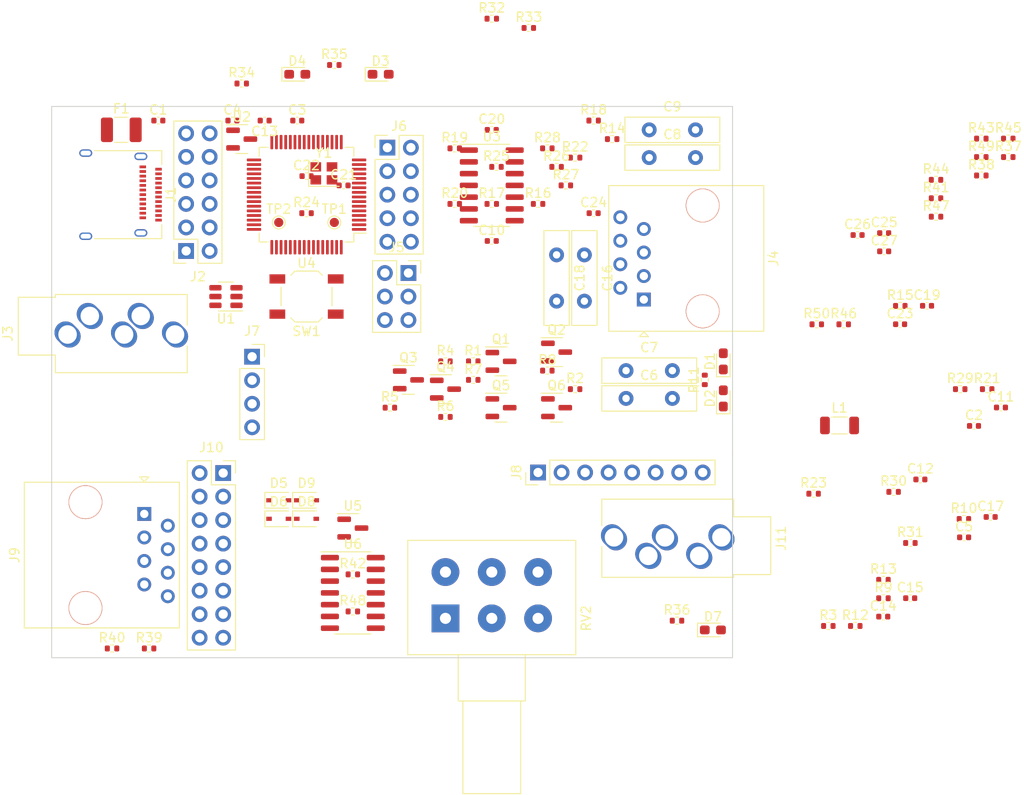
<source format=kicad_pcb>
(kicad_pcb (version 20211014) (generator pcbnew)
  (layers (0 "F.Cu" signal) (31 "B.Cu" signal) (34 "B.Paste" user) (35 "F.Paste" user) (36 "B.SilkS" user "B.Silkscreen") (37 "F.SilkS" user "F.Silkscreen") (38 "B.Mask" user) (39 "F.Mask" user) (44 "Edge.Cuts" user))
  (net 0 "")
  (net 1 "Net-(C1-Pad1)")
  (net 2 "GND")
  (net 3 "+5VA")
  (net 4 "VDD")
  (net 5 "/HBRG_O1")
  (net 6 "/PWR_O1")
  (net 7 "/PWR_O2")
  (net 8 "/HBRG_O2")
  (net 9 "Net-(C8-Pad1)")
  (net 10 "/OUT_L+")
  (net 11 "/OUT_L-")
  (net 12 "Net-(C9-Pad2)")
  (net 13 "Net-(C10-Pad1)")
  (net 14 "Net-(C16-Pad1)")
  (net 15 "/OUT_R+")
  (net 16 "/DEBUG_NRST")
  (net 17 "/OUT_R-")
  (net 18 "Net-(C18-Pad2)")
  (net 19 "Net-(C19-Pad1)")
  (net 20 "Net-(C21-Pad1)")
  (net 21 "Net-(C22-Pad1)")
  (net 22 "Net-(C23-Pad1)")
  (net 23 "Net-(C23-Pad2)")
  (net 24 "Net-(C24-Pad1)")
  (net 25 "Net-(C24-Pad2)")
  (net 26 "GND2")
  (net 27 "Net-(C25-Pad2)")
  (net 28 "Net-(C26-Pad2)")
  (net 29 "Net-(D1-Pad1)")
  (net 30 "Net-(D3-Pad1)")
  (net 31 "Net-(D4-Pad1)")
  (net 32 "/STM_LED")
  (net 33 "/recv_board/PWR_I2")
  (net 34 "/recv_board/PWR_I1")
  (net 35 "Net-(D7-Pad1)")
  (net 36 "Net-(F1-Pad1)")
  (net 37 "/USB_SWCLK")
  (net 38 "Net-(J1-PadA10)")
  (net 39 "/CC1")
  (net 40 "Net-(J1-PadA6)")
  (net 41 "Net-(J1-PadA7)")
  (net 42 "Net-(J1-PadA8)")
  (net 43 "/USB_SWDIO")
  (net 44 "/CC2")
  (net 45 "Net-(J1-PadB8)")
  (net 46 "/SWDIO")
  (net 47 "/SWCLK")
  (net 48 "/DEBUG_TXD")
  (net 49 "/STM_JACKR_ADC")
  (net 50 "/STM_JACKL_ADC")
  (net 52 "/AUDIO_CHL_PWM")
  (net 53 "Net-(J5-Pad2)")
  (net 54 "/AUDIO_CHR_PWM")
  (net 55 "Net-(J5-Pad4)")
  (net 56 "/CODEC_GPIO1")
  (net 57 "/CODEC_GPIO2")
  (net 58 "/CODEC_WS")
  (net 59 "/CODEC_CK")
  (net 60 "/CODEC_GPIO3")
  (net 61 "/CODEC_SD")
  (net 62 "/OLED_SDA")
  (net 63 "/OLED_SCL")
  (net 64 "Net-(J10-Pad16)")
  (net 65 "Net-(J10-Pad14)")
  (net 66 "Net-(J11-PadT)")
  (net 67 "Net-(J11-PadS)")
  (net 70 "Net-(J10-Pad1)")
  (net 71 "Net-(J10-Pad3)")
  (net 72 "Net-(J10-Pad5)")
  (net 73 "Net-(J10-Pad7)")
  (net 74 "Net-(J10-Pad9)")
  (net 75 "Net-(J10-Pad11)")
  (net 76 "Net-(J10-Pad13)")
  (net 77 "Net-(J10-Pad15)")
  (net 78 "Net-(J10-Pad2)")
  (net 79 "Net-(J10-Pad4)")
  (net 80 "Net-(J10-Pad6)")
  (net 81 "Net-(J10-Pad12)")
  (net 82 "Net-(Q1-Pad1)")
  (net 83 "Net-(Q2-Pad1)")
  (net 84 "Net-(Q3-Pad1)")
  (net 85 "Net-(Q3-Pad3)")
  (net 86 "Net-(Q4-Pad1)")
  (net 87 "Net-(Q4-Pad3)")
  (net 88 "Net-(Q5-Pad1)")
  (net 89 "Net-(Q6-Pad1)")
  (net 90 "/HBR_PWM_A")
  (net 91 "/HBR_PWM_B")
  (net 92 "/CC1_ADC")
  (net 93 "/CC2_ADC")
  (net 94 "Net-(R14-Pad2)")
  (net 95 "Net-(R16-Pad1)")
  (net 96 "Net-(R17-Pad1)")
  (net 97 "Net-(R19-Pad1)")
  (net 98 "Net-(R22-Pad2)")
  (net 99 "Net-(R24-Pad2)")
  (net 100 "Net-(R25-Pad1)")
  (net 101 "Net-(R26-Pad1)")
  (net 102 "Net-(R28-Pad1)")
  (net 103 "/CON_DET+")
  (net 104 "/CON_DET-")
  (net 105 "/CON_SIG+")
  (net 106 "/CON_SIG-")
  (net 107 "Net-(R37-Pad1)")
  (net 108 "Net-(R37-Pad2)")
  (net 109 "Net-(R38-Pad1)")
  (net 110 "Net-(R38-Pad2)")
  (net 111 "Net-(R43-Pad1)")
  (net 112 "Net-(R45-Pad1)")
  (net 113 "Net-(R45-Pad2)")
  (net 114 "Net-(R46-Pad1)")
  (net 115 "Net-(R46-Pad2)")
  (net 116 "Net-(R49-Pad1)")
  (net 117 "Net-(TP2-Pad1)")
  (net 118 "/STM32_DM")
  (net 119 "/STM32_DP")
  (net 127 "/STM_CHL_DAC")
  (net 128 "/STM_CHR_DAC")
  (net 143 "/CHPMP_PWM")
  (footprint "Capacitor_SMD:C_0402_1005Metric" (layer "F.Cu") (at 100 56)
    (fp_text reference "C24" (at 0 -1.16) (layer "F.SilkS"))
    (fp_text value "1u/630V")
    (pad "1" smd roundrect (at -0.48 0) (size 0.56 0.62) (layers "F.Cu" "F.Paste" "F.Mask") (net 24 "Net-(C24-Pad1)"))
    (pad "2" smd roundrect (at 0.48 0) (size 0.56 0.62) (layers "F.Cu" "F.Paste" "F.Mask") (net 25 "Net-(C24-Pad2)"))
  )
  (footprint "Resistor_SMD:R_0402_1005Metric" (layer "F.Cu") (at 142.49 75)
    (fp_text reference "R21" (at 0 -1.17) (layer "F.SilkS"))
    (fp_text value "100k")
    (pad "1" smd roundrect (at -0.51 0) (size 0.54 0.64) (layers "F.Cu" "F.Paste" "F.Mask") (net 16 "/DEBUG_NRST"))
    (pad "2" smd roundrect (at 0.51 0) (size 0.54 0.64) (layers "F.Cu" "F.Paste" "F.Mask") (net 4 "VDD"))
  )
  (footprint "Resistor_SMD:R_0402_1005Metric" (layer "F.Cu") (at 89 35)
    (fp_text reference "R32" (at 0 -1.17) (layer "F.SilkS"))
    (fp_text value "1k")
    (pad "1" smd roundrect (at -0.51 0) (size 0.54 0.64) (layers "F.Cu" "F.Paste" "F.Mask") (net 22 "Net-(C23-Pad1)"))
    (pad "2" smd roundrect (at 0.51 0) (size 0.54 0.64) (layers "F.Cu" "F.Paste" "F.Mask") (net 105 "/CON_SIG+"))
  )
  (footprint "Resistor_SMD:R_0402_1005Metric" (layer "F.Cu") (at 85 49)
    (fp_text reference "R19" (at 0 -1.17) (layer "F.SilkS"))
    (fp_text value "5.1k")
    (pad "1" smd roundrect (at -0.51 0) (size 0.54 0.64) (layers "F.Cu" "F.Paste" "F.Mask") (net 97 "Net-(R19-Pad1)"))
    (pad "2" smd roundrect (at 0.51 0) (size 0.54 0.64) (layers "F.Cu" "F.Paste" "F.Mask") (net 4 "VDD"))
  )
  (footprint "Capacitor_SMD:C_0402_1005Metric" (layer "F.Cu") (at 64.48 46 180)
    (fp_text reference "C13" (at 0 -1.16) (layer "F.SilkS"))
    (fp_text value "100n")
    (pad "1" smd roundrect (at -0.48 0 180) (size 0.56 0.62) (layers "F.Cu" "F.Paste" "F.Mask") (net 2 "GND"))
    (pad "2" smd roundrect (at 0.48 0 180) (size 0.56 0.62) (layers "F.Cu" "F.Paste" "F.Mask") (net 4 "VDD"))
  )
  (footprint "Resistor_SMD:R_0402_1005Metric" (layer "F.Cu") (at 141.86 51.93)
    (fp_text reference "R38" (at 0 -1.17) (layer "F.SilkS"))
    (fp_text value "100")
    (pad "1" smd roundrect (at -0.51 0) (size 0.54 0.64) (layers "F.Cu" "F.Paste" "F.Mask") (net 109 "Net-(R38-Pad1)"))
    (pad "2" smd roundrect (at 0.51 0) (size 0.54 0.64) (layers "F.Cu" "F.Paste" "F.Mask") (net 110 "Net-(R38-Pad2)"))
  )
  (footprint "Resistor_SMD:R_0402_1005Metric" (layer "F.Cu") (at 141.86 47.95)
    (fp_text reference "R43" (at 0 -1.17) (layer "F.SilkS"))
    (fp_text value "1k")
    (pad "1" smd roundrect (at -0.51 0) (size 0.54 0.64) (layers "F.Cu" "F.Paste" "F.Mask") (net 111 "Net-(R43-Pad1)"))
    (pad "2" smd roundrect (at 0.51 0) (size 0.54 0.64) (layers "F.Cu" "F.Paste" "F.Mask") (net 80 "Net-(J10-Pad6)"))
  )
  (footprint "Resistor_SMD:R_0402_1005Metric" (layer "F.Cu") (at 84 78)
    (fp_text reference "R6" (at 0 -1.17) (layer "F.SilkS"))
    (fp_text value "1k")
    (pad "1" smd roundrect (at -0.51 0) (size 0.54 0.64) (layers "F.Cu" "F.Paste" "F.Mask") (net 86 "Net-(Q4-Pad1)"))
    (pad "2" smd roundrect (at 0.51 0) (size 0.54 0.64) (layers "F.Cu" "F.Paste" "F.Mask") (net 91 "/HBR_PWM_B"))
  )
  (footprint "Button_Switch_SMD:SW_SPST_TL3342" (layer "F.Cu") (at 69 65 180)
    (fp_text reference "SW1" (at 0 -3.75) (layer "F.SilkS"))
    (fp_text value "BUT_SMD")
    (pad "1" smd rect (at 3.15 -1.9 180) (size 1.7 1) (layers "F.Cu" "F.Paste" "F.Mask") (net 2 "GND"))
    (pad "1" smd rect (at -3.15 -1.9 180) (size 1.7 1) (layers "F.Cu" "F.Paste" "F.Mask") (net 2 "GND"))
    (pad "2" smd rect (at 3.15 1.9 180) (size 1.7 1) (layers "F.Cu" "F.Paste" "F.Mask") (net 16 "/DEBUG_NRST"))
    (pad "2" smd rect (at -3.15 1.9 180) (size 1.7 1) (layers "F.Cu" "F.Paste" "F.Mask") (net 16 "/DEBUG_NRST"))
  )
  (footprint "Capacitor_SMD:C_0402_1005Metric" (layer "F.Cu") (at 61 46)
    (fp_text reference "C4" (at 0 -1.16) (layer "F.SilkS"))
    (fp_text value "4.7u")
    (pad "1" smd roundrect (at -0.48 0) (size 0.56 0.62) (layers "F.Cu" "F.Paste" "F.Mask") (net 2 "GND"))
    (pad "2" smd roundrect (at 0.48 0) (size 0.56 0.62) (layers "F.Cu" "F.Paste" "F.Mask") (net 4 "VDD"))
  )
  (footprint "Capacitor_SMD:C_0402_1005Metric" (layer "F.Cu") (at 141.07 78.97)
    (fp_text reference "C2" (at 0 -1.16) (layer "F.SilkS"))
    (fp_text value "4.7u")
    (pad "1" smd roundrect (at -0.48 0) (size 0.56 0.62) (layers "F.Cu" "F.Paste" "F.Mask") (net 3 "+5VA"))
    (pad "2" smd roundrect (at 0.48 0) (size 0.56 0.62) (layers "F.Cu" "F.Paste" "F.Mask") (net 2 "GND"))
  )
  (footprint "Resistor_SMD:R_0402_1005Metric" (layer "F.Cu") (at 97 53)
    (fp_text reference "R27" (at 0 -1.17) (layer "F.SilkS"))
    (fp_text value "25")
    (pad "1" smd roundrect (at -0.51 0) (size 0.54 0.64) (layers "F.Cu" "F.Paste" "F.Mask") (net 18 "Net-(C18-Pad2)"))
    (pad "2" smd roundrect (at 0.51 0) (size 0.54 0.64) (layers "F.Cu" "F.Paste" "F.Mask") (net 101 "Net-(R26-Pad1)"))
  )
  (footprint "Potentiometer_THT:Potentiometer_Alps_RK163_Dual_Horizontal" (layer "F.Cu") (at 84 99.75 90)
    (fp_text reference "RV2" (at -0.000001 15.199999 90) (layer "F.SilkS"))
    (fp_text value "10k")
    (pad "1" thru_hole rect (at 0 0 270) (size 3 3) (drill 1.2) (layers *.Cu *.Mask))
    (pad "2" thru_hole circle (at 0 5 270) (size 3 3) (drill 1.2) (layers *.Cu *.Mask))
    (pad "3" thru_hole circle (at 0 10 270) (size 3 3) (drill 1.2) (layers *.Cu *.Mask))
    (pad "4" thru_hole circle (at 5 0 270) (size 3 3) (drill 1.2) (layers *.Cu *.Mask) (net 114 "Net-(R46-Pad1)"))
    (pad "5" thru_hole circle (at 5 5 270) (size 3 3) (drill 1.2) (layers *.Cu *.Mask) (net 66 "Net-(J11-PadT)"))
    (pad "6" thru_hole circle (at 5 10 270) (size 3 3) (drill 1.2) (layers *.Cu *.Mask) (net 66 "Net-(J11-PadT)"))
  )
  (footprint "Resistor_SMD:R_0402_1005Metric" (layer "F.Cu") (at 84 72)
    (fp_text reference "R4" (at 0 -1.17) (layer "F.SilkS"))
    (fp_text value "5.1k")
    (pad "1" smd roundrect (at -0.51 0) (size 0.54 0.64) (layers "F.Cu" "F.Paste" "F.Mask") (net 87 "Net-(Q4-Pad3)"))
    (pad "2" smd roundrect (at 0.51 0) (size 0.54 0.64) (layers "F.Cu" "F.Paste" "F.Mask") (net 3 "+5VA"))
  )
  (footprint "Inductor_SMD:L_1206_3216Metric" (layer "F.Cu") (at 126.55 78.92)
    (fp_text reference "L1" (at 0 -1.9) (layer "F.SilkS"))
    (fp_text value "L_Small")
    (pad "1" smd roundrect (at -1.575 0) (size 1.05 1.9) (layers "F.Cu" "F.Paste" "F.Mask") (roundrect_rratio 0.238095) (net 1 "Net-(C1-Pad1)"))
    (pad "2" smd roundrect (at 1.575 0) (size 1.05 1.9) (layers "F.Cu" "F.Paste" "F.Mask") (roundrect_rratio 0.238095) (net 3 "+5VA"))
  )
  (footprint "LED_SMD:LED_0603_1608Metric_Pad1.05x0.95mm_HandSolder" (layer "F.Cu") (at 77 41)
    (fp_text reference "D3" (at 0 -1.43) (layer "F.SilkS"))
    (fp_text value "LED_0603")
    (pad "1" smd roundrect (at -0.875 0) (size 1.05 0.95) (layers "F.Cu" "F.Paste" "F.Mask") (net 30 "Net-(D3-Pad1)"))
    (pad "2" smd roundrect (at 0.875 0) (size 1.05 0.95) (layers "F.Cu" "F.Paste" "F.Mask") (net 4 "VDD"))
  )
  (footprint "Capacitor_SMD:C_0402_1005Metric" (layer "F.Cu") (at 134.18 97.57)
    (fp_text reference "C15" (at 0 -1.16) (layer "F.SilkS"))
    (fp_text value "100n")
    (pad "1" smd roundrect (at -0.48 0) (size 0.56 0.62) (layers "F.Cu" "F.Paste" "F.Mask") (net 4 "VDD"))
    (pad "2" smd roundrect (at 0.48 0) (size 0.56 0.62) (layers "F.Cu" "F.Paste" "F.Mask") (net 2 "GND"))
  )
  (footprint "Resistor_SMD:R_0402_1005Metric" (layer "F.Cu") (at 133.11 66.01)
    (fp_text reference "R15" (at 0 -1.17) (layer "F.SilkS"))
    (fp_text value "1k")
    (pad "1" smd roundrect (at -0.51 0) (size 0.54 0.64) (layers "F.Cu" "F.Paste" "F.Mask") (net 13 "Net-(C10-Pad1)"))
    (pad "2" smd roundrect (at 0.51 0) (size 0.54 0.64) (layers "F.Cu" "F.Paste" "F.Mask") (net 53 "Net-(J5-Pad2)"))
  )
  (footprint "Resistor_SMD:R_0402_1005Metric" (layer "F.Cu") (at 139.98 89.02)
    (fp_text reference "R10" (at 0 -1.17) (layer "F.SilkS"))
    (fp_text value "1k")
    (pad "1" smd roundrect (at -0.51 0) (size 0.54 0.64) (layers "F.Cu" "F.Paste" "F.Mask") (net 93 "/CC2_ADC"))
    (pad "2" smd roundrect (at 0.51 0) (size 0.54 0.64) (layers "F.Cu" "F.Paste" "F.Mask") (net 44 "/CC2"))
  )
  (footprint "Resistor_SMD:R_0402_1005Metric" (layer "F.Cu") (at 72 40)
    (fp_text reference "R35" (at 0 -1.17) (layer "F.SilkS"))
    (fp_text value "10k")
    (pad "1" smd roundrect (at -0.51 0) (size 0.54 0.64) (layers "F.Cu" "F.Paste" "F.Mask") (net 2 "GND"))
    (pad "2" smd roundrect (at 0.51 0) (size 0.54 0.64) (layers "F.Cu" "F.Paste" "F.Mask") (net 31 "Net-(D4-Pad1)"))
  )
  (footprint "LED_SMD:LED_0603_1608Metric_Pad1.05x0.95mm_HandSolder" (layer "F.Cu") (at 114 72 90)
    (fp_text reference "D1" (at 0 -1.43 90) (layer "F.SilkS"))
    (fp_text value "LED_0603")
    (pad "1" smd roundrect (at -0.875 0 90) (size 1.05 0.95) (layers "F.Cu" "F.Paste" "F.Mask") (net 29 "Net-(D1-Pad1)"))
    (pad "2" smd roundrect (at 0.875 0 90) (size 1.05 0.95) (layers "F.Cu" "F.Paste" "F.Mask") (net 7 "/PWR_O2"))
  )
  (footprint "Resistor_SMD:R_0402_1005Metric" (layer "F.Cu") (at 144.77 47.95)
    (fp_text reference "R45" (at 0 -1.17) (layer "F.SilkS"))
    (fp_text value "5.1k")
    (pad "1" smd roundrect (at -0.51 0) (size 0.54 0.64) (layers "F.Cu" "F.Paste" "F.Mask") (net 112 "Net-(R45-Pad1)"))
    (pad "2" smd roundrect (at 0.51 0) (size 0.54 0.64) (layers "F.Cu" "F.Paste" "F.Mask") (net 113 "Net-(R45-Pad2)"))
  )
  (footprint "Resistor_SMD:R_0402_1005Metric" (layer "F.Cu") (at 132.39 86.09)
    (fp_text reference "R30" (at 0 -1.17) (layer "F.SilkS"))
    (fp_text value "5.1k")
    (pad "1" smd roundrect (at -0.51 0) (size 0.54 0.64) (layers "F.Cu" "F.Paste" "F.Mask") (net 25 "Net-(C24-Pad2)"))
    (pad "2" smd roundrect (at 0.51 0) (size 0.54 0.64) (layers "F.Cu" "F.Paste" "F.Mask") (net 103 "/CON_DET+"))
  )
  (footprint "Resistor_SMD:R_0402_1005Metric" (layer "F.Cu") (at 102 48)
    (fp_text reference "R14" (at 0 -1.17) (layer "F.SilkS"))
    (fp_text value "25")
    (pad "1" smd roundrect (at -0.51 0) (size 0.54 0.64) (layers "F.Cu" "F.Paste" "F.Mask") (net 9 "Net-(C8-Pad1)"))
    (pad "2" smd roundrect (at 0.51 0) (size 0.54 0.64) (layers "F.Cu" "F.Paste" "F.Mask") (net 94 "Net-(R14-Pad2)"))
  )
  (footprint "Capacitor_SMD:C_0402_1005Metric" (layer "F.Cu") (at 128.5 58.36)
    (fp_text reference "C26" (at 0 -1.16) (layer "F.SilkS"))
    (fp_text value "4.7u")
    (pad "1" smd roundrect (at -0.48 0) (size 0.56 0.62) (layers "F.Cu" "F.Paste" "F.Mask") (net 26 "GND2"))
    (pad "2" smd roundrect (at 0.48 0) (size 0.56 0.62) (layers "F.Cu" "F.Paste" "F.Mask") (net 28 "Net-(C26-Pad2)"))
  )
  (footprint "Connector_PinSocket_2.54mm:PinSocket_2x03_P2.54mm_Vertical" (layer "F.Cu") (at 80 62.46)
    (fp_text reference "J5" (at -1.27 -2.77) (layer "F.SilkS"))
    (fp_text value "AUDIO_HDR")
    (pad "1" thru_hole rect (at 0 0) (size 1.7 1.7) (drill 1) (layers *.Cu *.Mask) (net 52 "/AUDIO_CHL_PWM"))
    (pad "2" thru_hole oval (at -2.54 0) (size 1.7 1.7) (drill 1) (layers *.Cu *.Mask) (net 53 "Net-(J5-Pad2)"))
    (pad "3" thru_hole oval (at 0 2.54) (size 1.7 1.7) (drill 1) (layers *.Cu *.Mask) (net 54 "/AUDIO_CHR_PWM"))
    (pad "4" thru_hole oval (at -2.54 2.54) (size 1.7 1.7) (drill 1) (layers *.Cu *.Mask) (net 55 "Net-(J5-Pad4)"))
    (pad "5" thru_hole oval (at 0 5.08) (size 1.7 1.7) (drill 1) (layers *.Cu *.Mask) (net 2 "GND"))
    (pad "6" thru_hole oval (at -2.54 5.08) (size 1.7 1.7) (drill 1) (layers *.Cu *.Mask) (net 2 "GND"))
  )
  (footprint "Connector_RJ:RJ45_OST_PJ012-8P8CX_Vertical" (layer "F.Cu") (at 105.42 65.3275 90)
    (fp_text reference "J4" (at 4.45 14 90) (layer "F.SilkS"))
    (fp_text value "RJ45")
    (pad "" np_thru_hole circle (at 10.16 6.35 90) (size 3.65 3.65) (drill 3.45) (layers *.Cu *.SilkS *.Mask))
    (pad "" np_thru_hole circle (at -1.27 6.35 90) (size 3.65 3.65) (drill 3.45) (layers *.Cu *.SilkS *.Mask))
    (pad "1" thru_hole rect (at 0 0 90) (size 1.5 1.5) (drill 0.9) (layers *.Cu *.Mask) (net 10 "/OUT_L+"))
    (pad "2" thru_hole circle (at 1.27 -2.54 90) (size 1.5 1.5) (drill 0.9) (layers *.Cu *.Mask) (net 11 "/OUT_L-"))
    (pad "3" thru_hole circle (at 2.54 0 90) (size 1.5 1.5) (drill 0.9) (layers *.Cu *.Mask) (net 15 "/OUT_R+"))
    (pad "4" thru_hole circle (at 3.81 -2.54 90) (size 1.5 1.5) (drill 0.9) (layers *.Cu *.Mask) (net 6 "/PWR_O1"))
    (pad "5" thru_hole circle (at 5.08 0 90) (size 1.5 1.5) (drill 0.9) (layers *.Cu *.Mask) (net 7 "/PWR_O2"))
    (pad "6" thru_hole circle (at 6.35 -2.54 90) (size 1.5 1.5) (drill 0.9) (layers *.Cu *.Mask) (net 17 "/OUT_R-"))
    (pad "7" thru_hole circle (at 7.62 0 90) (size 1.5 1.5) (drill 0.9) (layers *.Cu *.Mask) (net 23 "Net-(C23-Pad2)"))
    (pad "8" thru_hole circle (at 8.89 -2.54 90) (size 1.5 1.5) (drill 0.9) (layers *.Cu *.Mask) (net 24 "Net-(C24-Pad1)"))
  )
  (footprint "Package_TO_SOT_SMD:SOT-23" (layer "F.Cu") (at 96 71)
    (fp_text reference "Q2" (at 0 -2.4) (layer "F.SilkS"))
    (fp_text value "S9015")
    (pad "1" smd roundrect (at -0.9375 -0.95) (size 1.475 0.6) (layers "F.Cu" "F.Paste" "F.Mask") (net 83 "Net-(Q2-Pad1)"))
    (pad "2" smd roundrect (at -0.9375 0.95) (size 1.475 0.6) (layers "F.Cu" "F.Paste" "F.Mask") (net 3 "+5VA"))
    (pad "3" smd roundrect (at 0.9375 0) (size 1.475 0.6) (layers "F.Cu" "F.Paste" "F.Mask") (net 8 "/HBRG_O2"))
  )
  (footprint "Resistor_SMD:R_0402_1005Metric" (layer "F.Cu") (at 100 46)
    (fp_text reference "R18" (at 0 -1.17) (layer "F.SilkS"))
    (fp_text value "25")
    (pad "1" smd roundrect (at -0.51 0) (size 0.54 0.64) (layers "F.Cu" "F.Paste" "F.Mask") (net 12 "Net-(C9-Pad2)"))
    (pad "2" smd roundrect (at 0.51 0) (size 0.54 0.64) (layers "F.Cu" "F.Paste" "F.Mask") (net 96 "Net-(R17-Pad1)"))
  )
  (footprint "Resistor_SMD:R_0402_1005Metric" (layer "F.Cu") (at 131.29 95.59)
    (fp_text reference "R13" (at 0 -1.17) (layer "F.SilkS"))
    (fp_text value "5.1k")
    (pad "1" smd roundrect (at -0.51 0) (size 0.54 0.64) (layers "F.Cu" "F.Paste" "F.Mask") (net 2 "GND"))
    (pad "2" smd roundrect (at 0.51 0) (size 0.54 0.64) (layers "F.Cu" "F.Paste" "F.Mask") (net 44 "/CC2"))
  )
  (footprint "Capacitor_SMD:C_0402_1005Metric" (layer "F.Cu") (at 131.37 60.12)
    (fp_text reference "C27" (at 0 -1.16) (layer "F.SilkS"))
    (fp_text value "100n")
    (pad "1" smd roundrect (at -0.48 0) (size 0.56 0.62) (layers "F.Cu" "F.Paste" "F.Mask") (net 28 "Net-(C26-Pad2)"))
    (pad "2" smd roundrect (at 0.48 0) (size 0.56 0.62) (layers "F.Cu" "F.Paste" "F.Mask") (net 26 "GND2"))
  )
  (footprint "Capacitor_SMD:C_0402_1005Metric" (layer "F.Cu") (at 131.37 58.15)
    (fp_text reference "C25" (at 0 -1.16) (layer "F.SilkS"))
    (fp_text value "4.7u")
    (pad "1" smd roundrect (at -0.48 0) (size 0.56 0.62) (layers "F.Cu" "F.Paste" "F.Mask") (net 26 "GND2"))
    (pad "2" smd roundrect (at 0.48 0) (size 0.56 0.62) (layers "F.Cu" "F.Paste" "F.Mask") (net 27 "Net-(C25-Pad2)"))
  )
  (footprint "Connector_PinSocket_2.54mm:PinSocket_1x04_P2.54mm_Vertical" (layer "F.Cu") (at 63.125 71.5)
    (fp_text reference "J7" (at 0 -2.77) (layer "F.SilkS"))
    (fp_text value "OLED")
    (pad "1" thru_hole rect (at 0 0) (size 1.7 1.7) (drill 1) (layers *.Cu *.Mask) (net 62 "/OLED_SDA"))
    (pad "2" thru_hole oval (at 0 2.54) (size 1.7 1.7) (drill 1) (layers *.Cu *.Mask) (net 63 "/OLED_SCL"))
    (pad "3" thru_hole oval (at 0 5.08) (size 1.7 1.7) (drill 1) (layers *.Cu *.Mask) (net 4 "VDD"))
    (pad "4" thru_hole oval (at 0 7.62) (size 1.7 1.7) (drill 1) (layers *.Cu *.Mask) (net 2 "GND"))
  )
  (footprint "Resistor_SMD:R_0402_1005Metric" (layer "F.Cu") (at 136.97 54.39)
    (fp_text reference "R41" (at 0 -1.17) (layer "F.SilkS"))
    (fp_text value "1k")
    (pad "1" smd roundrect (at -0.51 0) (size 0.54 0.64) (layers "F.Cu" "F.Paste" "F.Mask") (net 108 "Net-(R37-Pad2)"))
    (pad "2" smd roundrect (at 0.51 0) (size 0.54 0.64) (layers "F.Cu" "F.Paste" "F.Mask") (net 81 "Net-(J10-Pad12)"))
  )
  (footprint "Resistor_SMD:R_0402_1005Metric" (layer "F.Cu") (at 74 95)
    (fp_text reference "R42" (at 0 -1.17) (layer "F.SilkS"))
    (fp_text value "10k")
    (pad "1" smd roundrect (at -0.51 0) (size 0.54 0.64) (layers "F.Cu" "F.Paste" "F.Mask") (net 110 "Net-(R38-Pad2)"))
    (pad "2" smd roundrect (at 0.51 0) (size 0.54 0.64) (layers "F.Cu" "F.Paste" "F.Mask") (net 107 "Net-(R37-Pad1)"))
  )
  (footprint "Capacitor_SMD:C_0402_1005Metric" (layer "F.Cu") (at 133.09 67.99)
    (fp_text reference "C23" (at 0 -1.16) (layer "F.SilkS"))
    (fp_text value "1u/630V")
    (pad "1" smd roundrect (at -0.48 0) (size 0.56 0.62) (layers "F.Cu" "F.Paste" "F.Mask") (net 22 "Net-(C23-Pad1)"))
    (pad "2" smd roundrect (at 0.48 0) (size 0.56 0.62) (layers "F.Cu" "F.Paste" "F.Mask") (net 23 "Net-(C23-Pad2)"))
  )
  (footprint "Package_TO_SOT_SMD:SOT-23" (layer "F.Cu") (at 90 77)
    (fp_text reference "Q5" (at 0 -2.4) (layer "F.SilkS"))
    (fp_text value "MMBT2222A")
    (pad "1" smd roundrect (at -0.9375 -0.95) (size 1.475 0.6) (layers "F.Cu" "F.Paste" "F.Mask") (net 88 "Net-(Q5-Pad1)"))
    (pad "2" smd roundrect (at -0.9375 0.95) (size 1.475 0.6) (layers "F.Cu" "F.Paste" "F.Mask") (net 2 "GND"))
    (pad "3" smd roundrect (at 0.9375 0) (size 1.475 0.6) (layers "F.Cu" "F.Paste" "F.Mask") (net 5 "/HBRG_O1"))
  )
  (footprint "Resistor_SMD:R_0402_1005Metric" (layer "F.Cu") (at 136.97 56.38)
    (fp_text reference "R47" (at 0 -1.17) (layer "F.SilkS"))
    (fp_text value "1k")
    (pad "1" smd roundrect (at -0.51 0) (size 0.54 0.64) (layers "F.Cu" "F.Paste" "F.Mask") (net 113 "Net-(R45-Pad2)"))
    (pad "2" smd roundrect (at 0.51 0) (size 0.54 0.64) (layers "F.Cu" "F.Paste" "F.Mask") (net 79 "Net-(J10-Pad4)"))
  )
  (footprint "Connector_RJ:RJ45_OST_PJ012-8P8CX_Vertical" (layer "F.Cu") (at 51.48 88.4725 -90)
    (fp_text reference "J9" (at 4.45 14 90) (layer "F.SilkS"))
    (fp_text value "RJ45")
    (pad "" np_thru_hole circle (at -1.27 6.35 270) (size 3.65 3.65) (drill 3.45) (layers *.Cu *.SilkS *.Mask))
    (pad "" np_thru_hole circle (at 10.16 6.35 270) (size 3.65 3.65) (drill 3.45) (layers *.Cu *.SilkS *.Mask))
    (pad "1" thru_hole rect (at 0 0 270) (size 1.5 1.5) (drill 0.9) (layers *.Cu *.Mask) (net 70 "Net-(J10-Pad1)"))
    (pad "2" thru_hole circle (at 1.27 -2.54 270) (size 1.5 1.5) (drill 0.9) (layers *.Cu *.Mask) (net 71 "Net-(J10-Pad3)"))
    (pad "3" thru_hole circle (at 2.54 0 270) (size 1.5 1.5) (drill 0.9) (layers *.Cu *.Mask) (net 72 "Net-(J10-Pad5)"))
    (pad "4" thru_hole circle (at 3.81 -2.54 270) (size 1.5 1.5) (drill 0.9) (layers *.Cu *.Mask) (net 73 "Net-(J10-Pad7)"))
    (pad "5" thru_hole circle (at 5.08 0 270) (size 1.5 1.5) (drill 0.9) (layers *.Cu *.Mask) (net 74 "Net-(J10-Pad9)"))
    (pad "6" thru_hole circle (at 6.35 -2.54 270) (size 1.5 1.5) (drill 0.9) (layers *.Cu *.Mask) (net 75 "Net-(J10-Pad11)"))
    (pad "7" thru_hole circle (at 7.62 0 270) (size 1.5 1.5) (drill 0.9) (layers *.Cu *.Mask) (net 76 "Net-(J10-Pad13)"))
    (pad "8" thru_hole circle (at 8.89 -2.54 270) (size 1.5 1.5) (drill 0.9) (layers *.Cu *.Mask) (net 77 "Net-(J10-Pad15)"))
  )
  (footprint "Resistor_SMD:R_0402_1005Metric" (layer "F.Cu") (at 98 75)
    (fp_text reference "R2" (at 0 -1.17) (layer "F.SilkS"))
    (fp_text value "470")
    (pad "1" smd roundrect (at -0.51 0) (size 0.54 0.64) (layers "F.Cu" "F.Paste" "F.Mask") (net 83 "Net-(Q2-Pad1)"))
    (pad "2" smd roundrect (at 0.51 0) (size 0.54 0.64) (layers "F.Cu" "F.Paste" "F.Mask") (net 87 "Net-(Q4-Pad3)"))
  )
  (footprint "Resistor_SMD:R_0402_1005Metric" (layer "F.Cu") (at 48 103)
    (fp_text reference "R40" (at 0 -1.17) (layer "F.SilkS"))
    (fp_text value "1k")
    (pad "1" smd roundrect (at -0.51 0) (size 0.54 0.64) (layers "F.Cu" "F.Paste" "F.Mask") (net 26 "GND2"))
    (pad "2" smd roundrect (at 0.51 0) (size 0.54 0.64) (layers "F.Cu" "F.Paste" "F.Mask") (net 65 "Net-(J10-Pad14)"))
  )
  (footprint "Diode_SMD:D_SOD-323" (layer "F.Cu") (at 69 89)
    (fp_text reference "D8" (at 0 -1.85) (layer "F.SilkS"))
    (fp_text value "1N5819WS")
    (pad "1" smd rect (at -1.05 0) (size 0.6 0.45) (layers "F.Cu" "F.Paste" "F.Mask") (net 33 "/recv_board/PWR_I2"))
    (pad "2" smd rect (at 1.05 0) (size 0.6 0.45) (layers "F.Cu" "F.Paste" "F.Mask") (net 26 "GND2"))
  )
  (footprint "Resistor_SMD:R_0402_1005Metric" (layer "F.Cu") (at 85 55)
    (fp_text reference "R20" (at 0 -1.17) (layer "F.SilkS"))
    (fp_text value "5.1k")
    (pad "1" smd roundrect (at -0.51 0) (size 0.54 0.64) (layers "F.Cu" "F.Paste" "F.Mask") (net 2 "GND"))
    (pad "2" smd roundrect (at 0.51 0) (size 0.54 0.64) (layers "F.Cu" "F.Paste" "F.Mask") (net 97 "Net-(R19-Pad1)"))
  )
  (footprint "Resistor_SMD:R_0402_1005Metric" (layer "F.Cu") (at 128.25 100.57)
    (fp_text reference "R12" (at 0 -1.17) (layer "F.SilkS"))
    (fp_text value "5.1k")
    (pad "1" smd roundrect (at -0.51 0) (size 0.54 0.64) (layers "F.Cu" "F.Paste" "F.Mask") (net 2 "GND"))
    (pad "2" smd roundrect (at 0.51 0) (size 0.54 0.64) (layers "F.Cu" "F.Paste" "F.Mask") (net 39 "/CC1"))
  )
  (footprint "Diode_SMD:D_SOD-323" (layer "F.Cu") (at 66 87)
    (fp_text reference "D5" (at 0 -1.85) (layer "F.SilkS"))
    (fp_text value "1N5819WS")
    (pad "1" smd rect (at -1.05 0) (size 0.6 0.45) (layers "F.Cu" "F.Paste" "F.Mask") (net 27 "Net-(C25-Pad2)"))
    (pad "2" smd rect (at 1.05 0) (size 0.6 0.45) (layers "F.Cu" "F.Paste" "F.Mask") (net 33 "/recv_board/PWR_I2"))
  )
  (footprint "Resistor_SMD:R_0402_1005Metric" (layer "F.Cu") (at 125.34 100.57)
    (fp_text reference "R3" (at 0 -1.17) (layer "F.SilkS"))
    (fp_text value "5.1k")
    (pad "1" smd roundrect (at -0.51 0) (size 0.54 0.64) (layers "F.Cu" "F.Paste" "F.Mask") (net 85 "Net-(Q3-Pad3)"))
    (pad "2" smd roundrect (at 0.51 0) (size 0.54 0.64) (layers "F.Cu" "F.Paste" "F.Mask") (net 3 "+5VA"))
  )
  (footprint "Diode_SMD:D_SOD-323" (layer "F.Cu") (at 69 87)
    (fp_text reference "D9" (at 0 -1.85) (layer "F.SilkS"))
    (fp_text value "1N5819WS")
    (pad "1" smd rect (at -1.05 0) (size 0.6 0.45) (layers "F.Cu" "F.Paste" "F.Mask") (net 34 "/recv_board/PWR_I1"))
    (pad "2" smd rect (at 1.05 0) (size 0.6 0.45) (layers "F.Cu" "F.Paste" "F.Mask") (net 26 "GND2"))
  )
  (footprint "Package_SO:SOIC-14_3.9x8.7mm_P1.27mm" (layer "F.Cu") (at 74 97)
    (fp_text reference "U6" (at 0 -5.28) (layer "F.SilkS"))
    (fp_text value "MCP6L04x-xSL")
    (pad "1" smd roundrect (at -2.475 -3.81) (size 1.95 0.6) (layers "F.Cu" "F.Paste" "F.Mask") (net 107 "Net-(R37-Pad1)"))
    (pad "2" smd roundrect (at -2.475 -2.54) (size 1.95 0.6) (layers "F.Cu" "F.Paste" "F.Mask") (net 108 "Net-(R37-Pad2)"))
    (pad "3" smd roundrect (at -2.475 -1.27) (size 1.95 0.6) (layers "F.Cu" "F.Paste" "F.Mask") (net 111 "Net-(R43-Pad1)"))
    (pad "4" smd roundrect (at -2.475 0) (size 1.95 0.6) (layers "F.Cu" "F.Paste" "F.Mask") (net 28 "Net-(C26-Pad2)"))
    (pad "5" smd roundrect (at -2.475 1.27) (size 1.95 0.6) (layers "F.Cu" "F.Paste" "F.Mask") (net 113 "Net-(R45-Pad2)"))
    (pad "6" smd roundrect (at -2.475 2.54) (size 1.95 0.6) (layers "F.Cu" "F.Paste" "F.Mask") (net 116 "Net-(R49-Pad1)"))
    (pad "7" smd roundrect (at -2.475 3.81) (size 1.95 0.6) (layers "F.Cu" "F.Paste" "F.Mask") (net 112 "Net-(R45-Pad1)"))
    (pad "8" smd roundrect (at 2.475 3.81) (size 1.95 0.6) (layers "F.Cu" "F.Paste" "F.Mask") (net 67 "Net-(J11-PadS)"))
    (pad "9" smd roundrect (at 2.475 2.54) (size 1.95 0.6) (layers "F.Cu" "F.Paste" "F.Mask") (net 110 "Net-(R38-Pad2)"))
    (pad "10" smd roundrect (at 2.475 1.27) (size 1.95 0.6) (layers "F.Cu" "F.Paste" "F.Mask") (net 26 "GND2"))
    (pad "11" smd roundrect (at 2.475 0) (size 1.95 0.6) (layers "F.Cu" "F.Paste" "F.Mask") (net 26 "GND2"))
    (pad "12" smd roundrect (at 2.475 -1.27) (size 1.95 0.6) (layers "F.Cu" "F.Paste" "F.Mask") (net 115 "Net-(R46-Pad2)"))
    (pad "13" smd roundrect (at 2.475 -2.54) (size 1.95 0.6) (layers "F.Cu" "F.Paste" "F.Mask") (net 26 "GND2"))
    (pad "14" smd roundrect (at 2.475 -3.81) (size 1.95 0.6) (layers "F.Cu" "F.Paste" "F.Mask") (net 66 "Net-(J11-PadT)"))
  )
  (footprint "Package_SO:SOIC-14_3.9x8.7mm_P1.27mm" (layer "F.Cu") (at 89 53)
    (fp_text reference "U3" (at 0 -5.28) (layer "F.SilkS"))
    (fp_text value "MCP6L04x-xSL")
    (pad "1" smd roundrect (at -2.475 -3.81) (size 1.95 0.6) (layers "F.Cu" "F.Paste" "F.Mask") (net 94 "Net-(R14-Pad2)"))
    (pad "2" smd roundrect (at -2.475 -2.54) (size 1.95 0.6) (layers "F.Cu" "F.Paste" "F.Mask") (net 94 "Net-(R14-Pad2)"))
    (pad "3" smd roundrect (at -2.475 -1.27) (size 1.95 0.6) (layers "F.Cu" "F.Paste" "F.Mask") (net 13 "Net-(C10-Pad1)"))
    (pad "4" smd roundrect (at -2.475 0) (size 1.95 0.6) (layers "F.Cu" "F.Paste" "F.Mask") (net 4 "VDD"))
    (pad "5" smd roundrect (at -2.475 1.27) (size 1.95 0.6) (layers "F.Cu" "F.Paste" "F.Mask") (net 97 "Net-(R19-Pad1)"))
    (pad "6" smd roundrect (at -2.475 2.54) (size 1.95 0.6) (layers "F.Cu" "F.Paste" "F.Mask") (net 95 "Net-(R16-Pad1)"))
    (pad "7" smd roundrect (at -2.475 3.81) (size 1.95 0.6) (layers "F.Cu" "F.Paste" "F.Mask") (net 96 "Net-(R17-Pad1)"))
    (pad "8" smd roundrect (at 2.475 3.81) (size 1.95 0.6) (layers "F.Cu" "F.Paste" "F.Mask") (net 98 "Net-(R22-Pad2)"))
    (pad "9" smd roundrect (at 2.475 2.54) (size 1.95 0.6) (layers "F.Cu" "F.Paste" "F.Mask") (net 98 "Net-(R22-Pad2)"))
    (pad "10" smd roundrect (at 2.475 1.27) (size 1.95 0.6) (layers "F.Cu" "F.Paste" "F.Mask") (net 19 "Net-(C19-Pad1)"))
    (pad "11" smd roundrect (at 2.475 0) (size 1.95 0.6) (layers "F.Cu" "F.Paste" "F.Mask") (net 2 "GND"))
    (pad "12" smd roundrect (at 2.475 -1.27) (size 1.95 0.6) (layers "F.Cu" "F.Paste" "F.Mask") (net 102 "Net-(R28-Pad1)"))
    (pad "13" smd roundrect (at 2.475 -2.54) (size 1.95 0.6) (layers "F.Cu" "F.Paste" "F.Mask") (net 100 "Net-(R25-Pad1)"))
    (pad "14" smd roundrect (at 2.475 -3.81) (size 1.95 0.6) (layers "F.Cu" "F.Paste" "F.Mask") (net 101 "Net-(R26-Pad1)"))
  )
  (footprint "Connector_Audio:Jack_3.5mm_CUI_SJ1-3535NG_Horizontal_CircularHoles" (layer "F.Cu") (at 113.8 91 -90)
    (fp_text reference "J11" (at 0.1 -6.45 90) (layer "F.SilkS"))
    (fp_text value "AUDIO_IN")
    (pad "R" thru_hole oval (at 2 7.9 315) (size 3 2.4) (drill 2) (layers *.Cu *.Mask))
    (pad "RN" thru_hole oval (at 0 6.1 315) (size 3 2.4) (drill 2) (layers *.Cu *.Mask))
    (pad "S" thru_hole oval (at 0 0 315) (size 3 2.4) (drill 2) (layers *.Cu *.Mask) (net 67 "Net-(J11-PadS)"))
    (pad "T" thru_hole oval (at 2 2.4 315) (size 3 2.4) (drill 2) (layers *.Cu *.Mask) (net 66 "Net-(J11-PadT)"))
    (pad "TN" thru_hole oval (at 0 11.6 315) (size 3 2.4) (drill 2) (layers *.Cu *.Mask) (net 66 "Net-(J11-PadT)"))
  )
  (footprint "Resistor_SMD:R_0402_1005Metric" (layer "F.Cu") (at 52 103)
    (fp_text reference "R39" (at 0 -1.17) (layer "F.SilkS"))
    (fp_text value "1k")
    (pad "1" smd roundrect (at -0.51 0) (size 0.54 0.64) (layers "F.Cu" "F.Paste" "F.Mask") (net 26 "GND2"))
    (pad "2" smd roundrect (at 0.51 0) (size 0.54 0.64) (layers "F.Cu" "F.Paste" "F.Mask") (net 64 "Net-(J10-Pad16)"))
  )
  (footprint "Crystal:Crystal_SMD_2520-4Pin_2.5x2.0mm" (layer "F.Cu") (at 70.875 51.7)
    (fp_text reference "Y1" (at 0 -2.2) (layer "F.SilkS"))
    (fp_text value "8MHZ 2520")
    (pad "1" smd rect (at -0.875 0.7) (size 1.15 1) (layers "F.Cu" "F.Paste" "F.Mask") (net 20 "Net-(C21-Pad1)"))
    (pad "2" smd rect (at 0.875 0.7) (size 1.15 1) (layers "F.Cu" "F.Paste" "F.Mask") (net 2 "GND"))
    (pad "3" smd rect (at 0.875 -0.7) (size 1.15 1) (layers "F.Cu" "F.Paste" "F.Mask") (net 21 "Net-(C22-Pad1)"))
    (pad "4" smd rect (at -0.875 -0.7) (size 1.15 1) (layers "F.Cu" "F.Paste" "F.Mask") (net 2 "GND"))
  )
  (footprint "Resistor_SMD:R_0402_1005Metric" (layer "F.Cu") (at 93 36)
    (fp_text reference "R33" (at 0 -1.17) (layer "F.SilkS"))
    (fp_text value "1k")
    (pad "1" smd roundrect (at -0.51 0) (size 0.54 0.64) (layers "F.Cu" "F.Paste" "F.Mask") (net 25 "Net-(C24-Pad2)"))
    (pad "2" smd roundrect (at 0.51 0) (size 0.54 0.64) (layers "F.Cu" "F.Paste" "F.Mask") (net 106 "/CON_SIG-"))
  )
  (footprint "TestPoint:TestPoint_Pad_D1.0mm" (layer "F.Cu") (at 72 57)
    (fp_text reference "TP1" (at 0 -1.448) (layer "F.SilkS"))
    (fp_text value "STM_BOOT0")
    (pad "1" smd circle (at 0 0) (size 1 1) (layers "F.Cu" "F.Mask") (net 99 "Net-(R24-Pad2)"))
  )
  (footprint "Capacitor_THT:C_Disc_D10.0mm_W2.5mm_P5.00mm" (layer "F.Cu") (at 106 50)
    (fp_text reference "C8" (at 2.5 -2.5) (layer "F.SilkS"))
    (fp_text value "1u/630V")
    (pad "1" thru_hole circle (at 0 0) (size 1.6 1.6) (drill 0.8) (layers *.Cu *.Mask) (net 9 "Net-(C8-Pad1)"))
    (pad "2" thru_hole circle (at 5 0) (size 1.6 1.6) (drill 0.8) (layers *.Cu *.Mask) (net 10 "/OUT_L+"))
  )
  (footprint "Resistor_SMD:R_0402_1005Metric" (layer "F.Cu") (at 127 68)
    (fp_text reference "R46" (at 0 -1.17) (layer "F.SilkS"))
    (fp_text value "100")
    (pad "1" smd roundrect (at -0.51 0) (size 0.54 0.64) (layers "F.Cu" "F.Paste" "F.Mask") (net 114 "Net-(R46-Pad1)"))
    (pad "2" smd roundrect (at 0.51 0) (size 0.54 0.64) (layers "F.Cu" "F.Paste" "F.Mask") (net 115 "Net-(R46-Pad2)"))
  )
  (footprint "Connector_USB:USB_C_Receptacle_Amphenol_12401610E4-2A" (layer "F.Cu") (at 48 54 -90)
    (fp_text reference "J1" (at 0 -6.36 90) (layer "F.SilkS"))
    (fp_text value "USB_C_Receptacle")
    (pad "" np_thru_hole oval (at 3.6 -4.36 270) (size 0.95 0.65) (drill oval 0.95 0.65) (layers *.Cu *.Mask))
    (pad "" np_thru_hole circle (at -3.6 -4.36 270) (size 0.65 0.65) (drill 0.65) (layers *.Cu *.Mask))
    (pad "A1" smd rect (at -2.75 -5.02 270) (size 0.3 0.7) (layers "F.Cu" "F.Paste" "F.Mask") (net 2 "GND"))
    (pad "A2" smd rect (at -2.25 -5.02 270) (size 0.3 0.7) (layers "F.Cu" "F.Paste" "F.Mask") (net 37 "/USB_SWCLK"))
    (pad "A3" smd rect (at -1.75 -5.02 270) (size 0.3 0.7) (layers "F.Cu" "F.Paste" "F.Mask") (net 38 "Net-(J1-PadA10)"))
    (pad "A4" smd rect (at -1.25 -5.02 270) (size 0.3 0.7) (layers "F.Cu" "F.Paste" "F.Mask") (net 36 "Net-(F1-Pad1)"))
    (pad "A5" smd rect (at -0.75 -5.02 270) (size 0.3 0.7) (layers "F.Cu" "F.Paste" "F.Mask") (net 39 "/CC1"))
    (pad "A6" smd rect (at -0.25 -5.02 270) (size 0.3 0.7) (layers "F.Cu" "F.Paste" "F.Mask") (net 40 "Net-(J1-PadA6)"))
    (pad "A7" smd rect (at 0.25 -5.02 270) (size 0.3 0.7) (layers "F.Cu" "F.Paste" "F.Mask") (net 41 "Net-(J1-PadA7)"))
    (pad "A8" smd rect (at 0.75 -5.02 270) (size 0.3 0.7) (layers "F.Cu" "F.Paste" "F.Mask") (net 42 "Net-(J1-PadA8)"))
    (pad "A9" smd rect (at 1.25 -5.02 270) (size 0.3 0.7) (layers "F.Cu" "F.Paste" "F.Mask") (net 36 "Net-(F1-Pad1)"))
    (pad "A10" smd rect (at 1.75 -5.02 270) (size 0.3 0.7) (layers "F.Cu" "F.Paste" "F.Mask") (net 38 "Net-(J1-PadA10)"))
    (pad "A11" smd rect (at 2.25 -5.02 270) (size 0.3 0.7) (layers "F.Cu" "F.Paste" "F.Mask") (net 43 "/USB_SWDIO"))
    (pad "A12" smd rect (at 2.75 -5.02 270) (size 0.3 0.7) (layers "F.Cu" "F.Paste" "F.Mask") (net 2 "GND"))
    (pad "B1" smd rect (at 2.5 -3.32 270) (size 0.3 0.7) (layers "F.Cu" "F.Paste" "F.Mask") (net 2 "GND"))
    (pad "B2" smd rect (at 2 -3.32 270) (size 0.3 0.7) (layers "F.Cu" "F.Paste" "F.Mask") (net 37 "/USB_SWCLK"))
    (pad "B3" smd rect (at 1.5 -3.32 270) (size 0.3 0.7) (layers "F.Cu" "F.Paste" "F.Mask") (net 38 "Net-(J1-PadA10)"))
    (pad "B4" smd rect (at 1 -3.32 270) (size 0.3 0.7) (layers "F.Cu" "F.Paste" "F.Mask") (net 36 "Net-(F1-Pad1)"))
    (pad "B5" smd rect (at 0.5 -3.32 270) (size 0.3 0.7) (layers "F.Cu" "F.Paste" "F.Mask") (net 44 "/CC2"))
    (pad "B6" smd rect (at 0 -3.32 270) (size 0.3 0.7) (layers "F.Cu" "F.Paste" "F.Mask") (net 40 "Net-(J1-PadA6)"))
    (pad "B7" smd rect (at -0.5 -3.32 270) (size 0.3 0.7) (layers "F.Cu" "F.Paste" "F.Mask") (net 41 "Net-(J1-PadA7)"))
    (pad "B8" smd rect (at -1 -3.32 270) (size 0.3 0.7) (layers "F.Cu" "F.Paste" "F.Mask") (net 45 "Net-(J1-PadB8)"))
    (pad "B9" smd rect (at -1.5 -3.32 270) (size 0.3 0.7) (layers "F.Cu" "F.Paste" "F.Mask") (net 36 "Net-(F1-Pad1)"))
    (pad "B10" smd rect (at -2 -3.32 270) (size 0.3 0.7) (layers "F.Cu" "F.Paste" "F.Mask") (net 38 "Net-(J1-PadA10)"))
    (pad "B11" smd rect (at -2.5 -3.32 270) (size 0.3 0.7) (layers "F.Cu" "F.Paste" "F.Mask") (net 43 "/USB_SWDIO"))
    (pad "B12" smd rect (at -3 -3.32 270) (size 0.3 0.7) (layers "F.Cu" "F.Paste" "F.Mask") (net 2 "GND"))
    (pad "S1" thru_hole oval (at -4.49 2.84 270) (size 0.8 1.4) (drill oval 0.5 1.1) (layers *.Cu *.Mask) (net 2 "GND"))
    (pad "S1" thru_hole oval (at -4.13 -3.11 270) (size 0.8 1.4) (drill oval 0.5 1.1) (layers *.Cu *.Mask) (net 2 "GND"))
    (pad "S1" thru_hole oval (at 4.49 2.84 270) (size 0.8 1.4) (drill oval 0.5 1.1) (layers *.Cu *.Mask) (net 2 "GND"))
    (pad "S1" thru_hole oval (at 4.13 -3.11 270) (size 0.8 1.4) (drill oval 0.5 1.1) (layers *.Cu *.Mask) (net 2 "GND"))
  )
  (footprint "Capacitor_SMD:C_0402_1005Metric" (layer "F.Cu") (at 142.87 88.8)
    (fp_text reference "C17" (at 0 -1.16) (layer "F.SilkS"))
    (fp_text value "100n")
    (pad "1" smd roundrect (at -0.48 0) (size 0.56 0.62) (layers "F.Cu" "F.Paste" "F.Mask") (net 16 "/DEBUG_NRST"))
    (pad "2" smd roundrect (at 0.48 0) (size 0.56 0.62) (layers "F.Cu" "F.Paste" "F.Mask") (net 2 "GND"))
  )
  (footprint "Resistor_SMD:R_0402_1005Metric" (layer "F.Cu") (at 87 74)
    (fp_text reference "R7" (at 0 -1.17) (layer "F.SilkS"))
    (fp_text value "470")
    (pad "1" smd roundrect (at -0.51 0) (size 0.54 0.64) (layers "F.Cu" "F.Paste" "F.Mask") (net 88 "Net-(Q5-Pad1)"))
    (pad "2" smd roundrect (at 0.51 0) (size 0.54 0.64) (layers "F.Cu" "F.Paste" "F.Mask") (net 85 "Net-(Q3-Pad3)"))
  )
  (footprint "Package_TO_SOT_SMD:SOT-23-6" (layer "F.Cu") (at 60.3 65 180)
    (fp_text reference "U1" (at 0 -2.4) (layer "F.SilkS"))
    (fp_text value "USBLC6-2SC6")
    (pad "1" smd roundrect (at -1.1375 -0.95 180) (size 1.325 0.6) (layers "F.Cu" "F.Paste" "F.Mask") (net 40 "Net-(J1-PadA6)"))
    (pad "2" smd roundrect (at -1.1375 0 180) (size 1.325 0.6) (layers "F.Cu" "F.Paste" "F.Mask") (net 2 "GND"))
    (pad "3" smd roundrect (at -1.1375 0.95 180) (size 1.325 0.6) (layers "F.Cu" "F.Paste" "F.Mask") (net 41 "Net-(J1-PadA7)"))
    (pad "4" smd roundrect (at 1.1375 0.95 180) (size 1.325 0.6) (layers "F.Cu" "F.Paste" "F.Mask") (net 118 "/STM32_DM"))
    (pad "5" smd roundrect (at 1.1375 0 180) (size 1.325 0.6) (layers "F.Cu" "F.Paste" "F.Mask") (net 36 "Net-(F1-Pad1)"))
    (pad "6" smd roundrect (at 1.1375 -0.95 180) (size 1.325 0.6) (layers "F.Cu" "F.Paste" "F.Mask") (net 119 "/STM32_DP"))
  )
  (footprint "Capacitor_SMD:C_0402_1005Metric" (layer "F.Cu") (at 53 46)
    (fp_text reference "C1" (at 0 -1.16) (layer "F.SilkS"))
    (fp_text value "4.7u")
    (pad "1" smd roundrect (at -0.48 0) (size 0.56 0.62) (layers "F.Cu" "F.Paste" "F.Mask") (net 1 "Net-(C1-Pad1)"))
    (pad "2" smd roundrect (at 0.48 0) (size 0.56 0.62) (layers "F.Cu" "F.Paste" "F.Mask") (net 2 "GND"))
  )
  (footprint "Resistor_SMD:R_1210_3225Metric_Pad1.30x2.65mm_HandSolder" (layer "F.Cu") (at 49 47)
    (fp_text reference "F1" (at 0 -2.28) (layer "F.SilkS"))
    (fp_text value "1A")
    (pad "1" smd roundrect (at -1.55 0) (size 1.3 2.65) (layers "F.Cu" "F.Paste" "F.Mask") (roundrect_rratio 0.192308) (net 36 "Net-(F1-Pad1)"))
    (pad "2" smd roundrect (at 1.55 0) (size 1.3 2.65) (layers "F.Cu" "F.Paste" "F.Mask") (roundrect_rratio 0.192308) (net 1 "Net-(C1-Pad1)"))
  )
  (footprint "Resistor_SMD:R_0402_1005Metric" (layer "F.Cu") (at 124.09 68)
    (fp_text reference "R50" (at 0 -1.17) (layer "F.SilkS"))
    (fp_text value "5.1k")
    (pad "1" smd roundrect (at -0.51 0) (size 0.54 0.64) (layers "F.Cu" "F.Paste" "F.Mask") (net 26 "GND2"))
    (pad "2" smd roundrect (at 0.51 0) (size 0.54 0.64) (layers "F.Cu" "F.Paste" "F.Mask") (net 116 "Net-(R49-Pad1)"))
  )
  (footprint "Capacitor_SMD:C_0402_1005Metric" (layer "F.Cu") (at 135.28 84.75)
    (fp_text reference "C12" (at 0 -1.16) (layer "F.SilkS"))
    (fp_text value "100n")
    (pad "1" smd roundrect (at -0.48 0) (size 0.56 0.62) (layers "F.Cu" "F.Paste" "F.Mask") (net 2 "GND"))
    (pad "2" smd roundrect (at 0.48 0) (size 0.56 0.62) (layers "F.Cu" "F.Paste" "F.Mask") (net 4 "VDD"))
  )
  (footprint "Capacitor_SMD:C_0402_1005Metric" (layer "F.Cu") (at 73 53)
    (fp_text reference "C21" (at 0 -1.16) (layer "F.SilkS"))
    (fp_text value "20p")
    (pad "1" smd roundrect (at -0.48 0) (size 0.56 0.62) (layers "F.Cu" "F.Paste" "F.Mask") (net 20 "Net-(C21-Pad1)"))
    (pad "2" smd roundrect (at 0.48 0) (size 0.56 0.62) (layers "F.Cu" "F.Paste" "F.Mask") (net 2 "GND"))
  )
  (footprint "Resistor_SMD:R_0402_1005Metric" (layer "F.Cu") (at 123.75 86.29)
    (fp_text reference "R23" (at 0 -1.17) (layer "F.SilkS"))
    (fp_text value "1k")
    (pad "1" smd roundrect (at -0.51 0) (size 0.54 0.64) (layers "F.Cu" "F.Paste" "F.Mask") (net 19 "Net-(C19-Pad1)"))
    (pad "2" smd roundrect (at 0.51 0) (size 0.54 0.64) (layers "F.Cu" "F.Paste" "F.Mask") (net 55 "Net-(J5-Pad4)"))
  )
  (footprint "Resistor_SMD:R_0402_1005Metric" (layer "F.Cu") (at 94 55)
    (fp_text reference "R16" (at 0 -1.17) (layer "F.SilkS"))
    (fp_text value "1k")
    (pad "1" smd roundrect (at -0.51 0) (size 0.54 0.64) (layers "F.Cu" "F.Paste" "F.Mask") (net 95 "Net-(R16-Pad1)"))
    (pad "2" smd roundrect (at 0.51 0) (size 0.54 0.64) (layers "F.Cu" "F.Paste" "F.Mask") (net 94 "Net-(R14-Pad2)"))
  )
  (footprint "Connector_PinSocket_2.54mm:PinSocket_2x06_P2.54mm_Vertical" (layer "F.Cu") (at 56 60.08 180)
    (fp_text reference "J2" (at -1.27 -2.77) (layer "F.SilkS"))
    (fp_text value "DBG_HDR")
    (pad "1" thru_hole rect (at 0 0 180) (size 1.7 1.7) (drill 1) (layers *.Cu *.Mask) (net 2 "GND"))
    (pad "2" thru_hole oval (at -2.54 0 180) (size 1.7 1.7) (drill 1) (layers *.Cu *.Mask) (net 2 "GND"))
    (pad "3" thru_hole oval (at 0 2.54 180) (size 1.7 1.7) (drill 1) (layers *.Cu *.Mask) (net 43 "/USB_SWDIO"))
    (pad "4" thru_hole oval (at -2.54 2.54 180) (size 1.7 1.7) (drill 1) (layers *.Cu *.Mask) (net 46 "/SWDIO"))
    (pad "5" thru_hole oval (at 0 5.08 180) (size 1.7 1.7) (drill 1) (layers *.Cu *.Mask) (net 37 "/USB_SWCLK"))
    (pad "6" thru_hole oval (at -2.54 5.08 180) (size 1.7 1.7) (drill 1) (layers *.Cu *.Mask) (net 47 "/SWCLK"))
    (pad "7" thru_hole oval (at 0 7.62 180) (size 1.7 1.7) (drill 1) (layers *.Cu *.Mask) (net 38 "Net-(J1-PadA10)"))
    (pad "8" thru_hole oval (at -2.54 7.62 180) (size 1.7 1.7) (drill 1) (layers *.Cu *.Mask) (net 4 "VDD"))
    (pad "9" thru_hole oval (at 0 10.16 180) (size 1.7 1.7) (drill 1) (layers *.Cu *.Mask) (net 42 "Net-(J1-PadA8)"))
    (pad "10" thru_hole oval (at -2.54 10.16 180) (size 1.7 1.7) (drill 1) (layers *.Cu *.Mask) (net 48 "/DEBUG_TXD"))
    (pad "11" thru_hole oval (at 0 12.7 180) (size 1.7 1.7) (drill 1) (layers *.Cu *.Mask) (net 45 "Net-(J1-PadB8)"))
    (pad "12" thru_hole oval (at -2.54 12.7 180) (size 1.7 1.7) (drill 1) (layers *.Cu *.Mask) (net 16 "/DEBUG_NRST"))
  )
  (footprint "Capacitor_SMD:C_0402_1005Metric" (layer "F.Cu") (at 136 66)
    (fp_text reference "C19" (at 0 -1.16) (layer "F.SilkS"))
    (fp_text value "10n")
    (pad "1" smd roundrect (at -0.48 0) (size 0.56 0.62) (layers "F.Cu" "F.Paste" "F.Mask") (net 19 "Net-(C19-Pad1)"))
    (pad "2" smd roundrect (at 0.48 0) (size 0.56 0.62) (layers "F.Cu" "F.Paste" "F.Mask") (net 2 "GND"))
  )
  (footprint "TestPoint:TestPoint_Pad_D1.0mm" (layer "F.Cu") (at 66 57)
    (fp_text reference "TP2" (at 0 -1.448) (layer "F.SilkS"))
    (fp_text value "RFUPAD")
    (pad "1" smd circle (at 0 0) (size 1 1) (layers "F.Cu" "F.Mask") (net 117 "Net-(TP2-Pad1)"))
  )
  (footprint "Resistor_SMD:R_0402_1005Metric" (layer "F.Cu") (at 136.97 52.4)
    (fp_text reference "R44" (at 0 -1.17) (layer "F.SilkS"))
    (fp_text value "5.1k")
    (pad "1" smd roundrect (at -0.51 0) (size 0.54 0.64) (layers "F.Cu" "F.Paste" "F.Mask") (net 26 "GND2"))
    (pad "2" smd roundrect (at 0.51 0) (size 0.54 0.64) (layers "F.Cu" "F.Paste" "F.Mask") (net 111 "Net-(R43-Pad1)"))
  )
  (footprint "LED_SMD:LED_0603_1608Metric_Pad1.05x0.95mm_HandSolder" (layer "F.Cu") (at 112.875 101)
    (fp_text reference "D7" (at 0 -1.43) (layer "F.SilkS"))
    (fp_text value "LED_0603")
    (pad "1" smd roundrect (at -0.875 0) (size 1.05 0.95) (layers "F.Cu" "F.Paste" "F.Mask") (net 35 "Net-(D7-Pad1)"))
    (pad "2" smd roundrect (at 0.875 0) (size 1.05 0.95) (layers "F.Cu" "F.Paste" "F.Mask") (net 28 "Net-(C26-Pad2)"))
  )
  (footprint "Capacitor_SMD:C_0402_1005Metric" (layer "F.Cu") (at 143.98 76.98)
    (fp_text reference "C11" (at 0 -1.16) (layer "F.SilkS"))
    (fp_text value "100n")
    (pad "1" smd roundrect (at -0.48 0) (size 0.56 0.62) (layers "F.Cu" "F.Paste" "F.Mask") (net 2 "GND"))
    (pad "2" smd roundrect (at 0.48 0) (size 0.56 0.62) (layers "F.Cu" "F.Paste" "F.Mask") (net 4 "VDD"))
  )
  (footprint "Connector_PinHeader_2.54mm:PinHeader_1x08_P2.54mm_Vertical" (layer "F.Cu") (at 94 84 90)
    (fp_text reference "J8" (at 0 -2.33 90) (layer "F.SilkS"))
    (fp_text value "Conn_01x08")
    (pad "1" thru_hole rect (at 0 0 90) (size 1.7 1.7) (drill 1) (layers *.Cu *.Mask) (net 28 "Net-(C26-Pad2)"))
    (pad "2" thru_hole oval (at 0 2.54 90) (size 1.7 1.7) (drill 1) (layers *.Cu *.Mask) (net 64 "Net-(J10-Pad16)"))
    (pad "3" thru_hole oval (at 0 5.08 90) (size 1.7 1.7) (drill 1) (layers *.Cu *.Mask) (net 65 "Net-(J10-Pad14)"))
    (pad "4" thru_hole oval (at 0 7.62 90) (size 1.7 1.7) (drill 1) (layers *.Cu *.Mask) (net 66 "Net-(J11-PadT)"))
    (pad "5" thru_hole oval (at 0 10.16 90) (size 1.7 1.7) (drill 1) (layers *.Cu *.Mask) (net 67 "Net-(J11-PadS)"))
    (pad "6" thru_hole oval (at 0 12.7 90) (size 1.7 1.7) (drill 1) (layers *.Cu *.Mask))
    (pad "7" thru_hole oval (at 0 15.24 90) (size 1.7 1.7) (drill 1) (layers *.Cu *.Mask))
    (pad "8" thru_hole oval (at 0 17.78 90) (size 1.7 1.7) (drill 1) (layers *.Cu *.Mask) (net 26 "GND2"))
  )
  (footprint "Capacitor_SMD:C_0402_1005Metric" (layer "F.Cu") (at 89 59)
    (fp_text reference "C10" (at 0 -1.16) (layer "F.SilkS"))
    (fp_text value "10n")
    (pad "1" smd roundrect (at -0.48 0) (size 0.56 0.62) (layers "F.Cu" "F.Paste" "F.Mask") (net 13 "Net-(C10-Pad1)"))
    (pad "2" smd roundrect (at 0.48 0) (size 0.56 0.62) (layers "F.Cu" "F.Paste" "F.Mask") (net 2 "GND"))
  )
  (footprint "Capacitor_THT:C_Disc_D10.0mm_W2.5mm_P5.00mm" (layer "F.Cu") (at 106 47)
    (fp_text reference "C9" (at 2.5 -2.5) (layer "F.SilkS"))
    (fp_text value "1u/630V")
    (pad "1" thru_hole circle (at 0 0) (size 1.6 1.6) (drill 0.8) (layers *.Cu *.Mask) (net 11 "/OUT_L-"))
    (pad "2" thru_hole circle (at 5 0) (size 1.6 1.6) (drill 0.8) (layers *.Cu *.Mask) (net 12 "Net-(C9-Pad2)"))
  )
  (footprint "Resistor_SMD:R_0402_1005Metric" (layer "F.Cu") (at 78 77)
    (fp_text reference "R5" (at 0 -1.17) (layer "F.SilkS"))
    (fp_text value "1k")
    (pad "1" smd roundrect (at -0.51 0) (size 0.54 0.64) (layers "F.Cu" "F.Paste" "F.Mask") (net 84 "Net-(Q3-Pad1)"))
    (pad "2" smd roundrect (at 0.51 0) (size 0.54 0.64) (layers "F.Cu" "F.Paste" "F.Mask") (net 90 "/HBR_PWM_A"))
  )
  (footprint "Resistor_SMD:R_0402_1005Metric" (layer "F.Cu") (at 131.29 97.58)
    (fp_text reference "R9" (at 0 -1.17) (layer "F.SilkS"))
    (fp_text value "1k")
    (pad "1" smd roundrect (at -0.51 0) (size 0.54 0.64) (layers "F.Cu" "F.Paste" "F.Mask") (net 92 "/CC1_ADC"))
    (pad "2" smd roundrect (at 0.51 0) (size 0.54 0.64) (layers "F.Cu" "F.Paste" "F.Mask") (net 39 "/CC1"))
  )
  (footprint "Capacitor_SMD:C_0402_1005Metric" (layer "F.Cu") (at 131.27 99.56)
    (fp_text reference "C14" (at 0 -1.16) (layer "F.SilkS"))
    (fp_text value "100n")
    (pad "1" smd roundrect (at -0.48 0) (size 0.56 0.62) (layers "F.Cu" "F.Paste" "F.Mask") (net 4 "VDD"))
    (pad "2" smd roundrect (at 0.48 0) (size 0.56 0.62) (layers "F.Cu" "F.Paste" "F.Mask") (net 2 "GND"))
  )
  (footprint "Resistor_SMD:R_0402_1005Metric" (layer "F.Cu") (at 62 42)
    (fp_text reference "R34" (at 0 -1.17) (layer "F.SilkS"))
    (fp_text value "10k")
    (pad "1" smd roundrect (at -0.51 0) (size 0.54 0.64) (layers "F.Cu" "F.Paste" "F.Mask") (net 2 "GND"))
    (pad "2" smd roundrect (at 0.51 0) (size 0.54 0.64) (layers "F.Cu" "F.Paste" "F.Mask") (net 30 "Net-(D3-Pad1)"))
  )
  (footprint "Resistor_SMD:R_0402_1005Metric" (layer "F.Cu") (at 112 74 90)
    (fp_text reference "R11" (at 0 -1.17 90) (layer "F.SilkS"))
    (fp_text value "10k")
    (pad "1" smd roundrect (at -0.51 0 90) (size 0.54 0.64) (layers "F.Cu" "F.Paste" "F.Mask") (net 6 "/PWR_O1"))
    (pad "2" smd roundrect (at 0.51 0 90) (size 0.54 0.64) (layers "F.Cu" "F.Paste" "F.Mask") (net 29 "Net-(D1-Pad1)"))
  )
  (footprint "Package_TO_SOT_SMD:SOT-23" (layer "F.Cu") (at 62 48)
    (fp_text reference "U2" (at 0 -2.4) (layer "F.SilkS"))
    (fp_text value "MCP1700-3302E_SOT23")
    (pad "1" smd roundrect (at -0.9375 -0.95) (size 1.475 0.6) (layers "F.Cu" "F.Paste" "F.Mask") (net 2 "GND"))
    (pad "2" smd roundrect (at -0.9375 0.95) (size 1.475 0.6) (layers "F.Cu" "F.Paste" "F.Mask") (net 4 "VDD"))
    (pad "3" smd roundrect (at 0.9375 0) (size 1.475 0.6) (layers "F.Cu" "F.Paste" "F.Mask") (net 1 "Net-(C1-Pad1)"))
  )
  (footprint "Resistor_SMD:R_0402_1005Metric" (layer "F.Cu") (at 89.51 51)
    (fp_text reference "R25" (at 0 -1.17) (layer "F.SilkS"))
    (fp_text value "1k")
    (pad "1" smd roundrect (at -0.51 0) (size 0.54 0.64) (layers "F.Cu" "F.Paste" "F.Mask") (net 100 "Net-(R25-Pad1)"))
    (pad "2" smd roundrect (at 0.51 0) (size 0.54 0.64) (layers "F.Cu" "F.Paste" "F.Mask") (net 98 "Net-(R22-Pad2)"))
  )
  (footprint "Capacitor_SMD:C_0402_1005Metric" (layer "F.Cu") (at 68 46)
    (fp_text reference "C3" (at 0 -1.16) (layer "F.SilkS"))
    (fp_text value "4.7u")
    (pad "1" smd roundrect (at -0.48 0) (size 0.56 0.62) (layers "F.Cu" "F.Paste" "F.Mask") (net 2 "GND"))
    (pad "2" smd roundrect (at 0.48 0) (size 0.56 0.62) (layers "F.Cu" "F.Paste" "F.Mask") (net 1 "Net-(C1-Pad1)"))
  )
  (footprint "Resistor_SMD:R_0402_1005Metric" (layer "F.Cu") (at 141.86 49.94)
    (fp_text reference "R49" (at 0 -1.17) (layer "F.SilkS"))
    (fp_text value "1k")
    (pad "1" smd roundrect (at -0.51 0) (size 0.54 0.64) (layers "F.Cu" "F.Paste" "F.Mask") (net 116 "Net-(R49-Pad1)"))
    (pad "2" smd roundrect (at 0.51 0) (size 0.54 0.64) (layers "F.Cu" "F.Paste" "F.Mask") (net 78 "Net-(J10-Pad2)"))
  )
  (footprint "Diode_SMD:D_SOD-323" (layer "F.Cu") (at 66 89)
    (fp_text reference "D6" (at 0 -1.85) (layer "F.SilkS"))
    (fp_text value "1N5819WS")
    (pad "1" smd rect (at -1.05 0) (size 0.6 0.45) (layers "F.Cu" "F.Paste" "F.Mask") (net 27 "Net-(C25-Pad2)"))
    (pad "2" smd rect (at 1.05 0) (size 0.6 0.45) (layers "F.Cu" "F.Paste" "F.Mask") (net 34 "/recv_board/PWR_I1"))
  )
  (footprint "Capacitor_THT:C_Disc_D10.0mm_W2.5mm_P5.00mm" (layer "F.Cu") (at 96 60.5 -90)
    (fp_text reference "C18" (at 2.5 -2.5 90) (layer "F.SilkS"))
    (fp_text value "1u/630V")
    (pad "1" thru_hole circle (at 0 0 270) (size 1.6 1.6) (drill 0.8) (layers *.Cu *.Mask) (net 17 "/OUT_R-"))
    (pad "2" thru_hole circle (at 5 0 270) (size 1.6 1.6) (drill 0.8) (layers *.Cu *.Mask) (net 18 "Net-(C18-Pad2)"))
  )
  (footprint "Package_TO_SOT_SMD:SOT-23" (layer "F.Cu") (at 80 74)
    (fp_text reference "Q3" (at 0 -2.4) (layer "F.SilkS"))
    (fp_text value "MMBT2222A")
    (pad "1" smd roundrect (at -0.9375 -0.95) (size 1.475 0.6) (layers "F.Cu" "F.Paste" "F.Mask") (net 84 "Net-(Q3-Pad1)"))
    (pad "2" smd roundrect (at -0.9375 0.95) (size 1.475 0.6) (layers "F.Cu" "F.Paste" "F.Mask") (net 2 "GND"))
    (pad "3" smd roundrect (at 0.9375 0) (size 1.475 0.6) (layers "F.Cu" "F.Paste" "F.Mask") (net 85 "Net-(Q3-Pad3)"))
  )
  (footprint "Resistor_SMD:R_0402_1005Metric" (layer "F.Cu") (at 95 49)
    (fp_text reference "R28" (at 0 -1.17) (layer "F.SilkS"))
    (fp_text value "5.1k")
    (pad "1" smd roundrect (at -0.51 0) (size 0.54 0.64) (layers "F.Cu" "F.Paste" "F.Mask") (net 102 "Net-(R28-Pad1)"))
    (pad "2" smd roundrect (at 0.51 0) (size 0.54 0.64) (layers "F.Cu" "F.Paste" "F.Mask") (net 4 "VDD"))
  )
  (footprint "Resistor_SMD:R_0402_1005Metric" (layer "F.Cu") (at 89 55)
    (fp_text reference "R17" (at 0 -1.17) (layer "F.SilkS"))
    (fp_text value "1k")
    (pad "1" smd roundrect (at -0.51 0) (size 0.54 0.64) (layers "F.Cu" "F.Paste" "F.Mask") (net 96 "Net-(R17-Pad1)"))
    (pad "2" smd roundrect (at 0.51 0) (size 0.54 0.64) (layers "F.Cu" "F.Paste" "F.Mask") (net 95 "Net-(R16-Pad1)"))
  )
  (footprint "LED_SMD:LED_0603_1608Metric_Pad1.05x0.95mm_HandSolder" (layer "F.Cu") (at 68 41)
    (fp_text reference "D4" (at 0 -1.43) (layer "F.SilkS"))
    (fp_text value "LED_0603")
    (pad "1" smd roundrect (at -0.875 0) (size 1.05 0.95) (layers "F.Cu" "F.Paste" "F.Mask") (net 31 "Net-(D4-Pad1)"))
    (pad "2" smd roundrect (at 0.875 0) (size 1.05 0.95) (layers "F.Cu" "F.Paste" "F.Mask") (net 32 "/STM_LED"))
  )
  (footprint "Resistor_SMD:R_0402_1005Metric" (layer "F.Cu") (at 96 51)
    (fp_text reference "R26" (at 0 -1.17) (layer "F.SilkS"))
    (fp_text value "1k")
    (pad "1" smd roundrect (at -0.51 0) (size 0.54 0.64) (layers "F.Cu" "F.Paste" "F.Mask") (net 101 "Net-(R26-Pad1)"))
    (pad "2" smd roundrect (at 0.51 0) (size 0.54 0.64) (layers "F.Cu" "F.Paste" "F.Mask") (net 100 "Net-(R25-Pad1)"))
  )
  (footprint "Capacitor_SMD:C_0402_1005Metric" (layer "F.Cu") (at 69 52)
    (fp_text reference "C22" (at 0 -1.16) (layer "F.SilkS"))
    (fp_text value "20p")
    (pad "1" smd roundrect (at -0.48 0) (size 0.56 0.62) (layers "F.Cu" "F.Paste" "F.Mask") (net 21 "Net-(C22-Pad1)"))
    (pad "2" smd roundrect (at 0.48 0) (size 0.56 0.62) (layers "F.Cu" "F.Paste" "F.Mask") (net 2 "GND"))
  )
  (footprint "Resistor_SMD:R_0402_1005Metric" (layer "F.Cu") (at 95 73)
    (fp_text reference "R8" (at 0 -1.17) (layer "F.SilkS"))
    (fp_text value "470")
    (pad "1" smd roundrect (at -0.51 0) (size 0.54 0.64) (layers "F.Cu" "F.Paste" "F.Mask") (net 89 "Net-(Q6-Pad1)"))
    (pad "2" smd roundrect (at 0.51 0) (size 0.54 0.64) (layers "F.Cu" "F.Paste" "F.Mask") (net 87 "Net-(Q4-Pad3)"))
  )
  (footprint "Connector_PinSocket_2.54mm:PinSocket_2x08_P2.54mm_Vertical" (layer "F.Cu") (at 60 84.06)
    (fp_text reference "J10" (at -1.27 -2.77) (layer "F.SilkS"))
    (fp_text value "Conn_02x08_Odd_Even")
    (pad "1" thru_hole rect (at 0 0) (size 1.7 1.7) (drill 1) (layers *.Cu *.Mask) (net 70 "Net-(J10-Pad1)"))
    (pad "2" thru_hole oval (at -2.54 0) (size 1.7 1.7) (drill 1) (layers *.Cu *.Mask) (net 78 "Net-(J10-Pad2)"))
    (pad "3" thru_hole oval (at 0 2.54) (size 1.7 1.7) (drill 1) (layers *.Cu *.Mask) (net 71 "Net-(J10-Pad3)"))
    (pad "4" thru_hole oval (at -2.54 2.54) (size 1.7 1.7) (drill 1) (layers *.Cu *.Mask) (net 79 "Net-(J10-Pad4)"))
    (pad "5" thru_hole oval (at 0 5.08) (size 1.7 1.7) (drill 1) (layers *.Cu *.Mask) (net 72 "Net-(J10-Pad5)"))
    (pad "6" thru_hole oval (at -2.54 5.08) (size 1.7 1.7) (drill 1) (layers *.Cu *.Mask) (net 80 "Net-(J10-Pad6)"))
    (pad "7" thru_hole oval (at 0 7.62) (size 1.7 1.7) (drill 1) (layers *.Cu *.Mask) (net 73 "Net-(J10-Pad7)"))
    (pad "8" thru_hole oval (at -2.54 7.62) (size 1.7 1.7) (drill 1) (layers *.Cu *.Mask) (net 33 "/recv_board/PWR_I2"))
    (pad "9" thru_hole oval (at 0 10.16) (size 1.7 1.7) (drill 1) (layers *.Cu *.Mask) (net 74 "Net-(J10-Pad9)"))
    (pad "10" thru_hole oval (at -2.54 10.16) (size 1.7 1.7) (drill 1) (layers *.Cu *.Mask) (net 34 "/recv_board/PWR_I1"))
    (pad "11" thru_hole oval (at 0 12.7) (size 1.7 1.7) (drill 1) (layers *.Cu *.Mask) (net 75 "Net-(J10-Pad11)"))
    (pad "12" thru_hole oval (at -2.54 12.7) (size 1.7 1.7) (drill 1) (layers *.Cu *.Mask) (net 81 "Net-(J10-Pad12)"))
    (pad "13" thru_hole oval (at 0 15.24) (size 1.7 1.7) (drill 1) (layers *.Cu *.Mask) (net 76 "Net-(J10-Pad13)"))
    (pad "14" thru_hole oval (at -2.54 15.24) (size 1.7 1.7) (drill 1) (layers *.Cu *.Mask) (net 65 "Net-(J10-Pad14)"))
    (pad "15" thru_hole oval (at 0 17.78) (size 1.7 1.7) (drill 1) (layers *.Cu *.Mask) (net 77 "Net-(J10-Pad15)"))
    (pad "16" thru_hole oval (at -2.54 17.78) (size 1.7 1.7) (drill 1) (layers *.Cu *.Mask) (net 64 "Net-(J10-Pad16)"))
  )
  (footprint "Resistor_SMD:R_0402_1005Metric" (layer "F.Cu") (at 87 72)
    (fp_text reference "R1" (at 0 -1.17) (layer "F.SilkS"))
    (fp_text value "470")
    (pad "1" smd roundrect (at -0.51 0) (size 0.54 0.64) (layers "F.Cu" "F.Paste" "F.Mask") (net 82 "Net-(Q1-Pad1)"))
    (pad "2" smd roundrect (at 0.51 0) (size 0.54 0.64) (layers "F.Cu" "F.Paste" "F.Mask") (net 85 "Net-(Q3-Pad3)"))
  )
  (footprint "Resistor_SMD:R_0402_1005Metric" (layer "F.Cu") (at 109 100)
    (fp_text reference "R36" (at 0 -1.17) (layer "F.SilkS"))
    (fp_text value "10k")
    (pad "1" smd roundrect (at -0.51 0) (size 0.54 0.64) (layers "F.Cu" "F.Paste" "F.Mask") (net 26 "GND2"))
    (pad "2" smd roundrect (at 0.51 0) (size 0.54 0.64) (layers "F.Cu" "F.Paste" "F.Mask") (net 35 "Net-(D7-Pad1)"))
  )
  (footprint "Capacitor_SMD:C_0402_1005Metric" (layer "F.Cu") (at 140 91)
    (fp_text reference "C5" (at 0 -1.16) (layer "F.SilkS"))
    (fp_text value "100n")
    (pad "1" smd roundrect (at -0.48 0) (size 0.56 0.62) (layers "F.Cu" "F.Paste" "F.Mask") (net 4 "VDD"))
    (pad "2" smd roundrect (at 0.48 0) (size 0.56 0.62) (layers "F.Cu" "F.Paste" "F.Mask") (net 2 "GND"))
  )
  (footprint "Resistor_SMD:R_0402_1005Metric" (layer "F.Cu") (at 74 99)
    (fp_text reference "R48" (at 0 -1.17) (layer "F.SilkS"))
    (fp_text value "10k")
    (pad "1" smd roundrect (at -0.51 0) (size 0.54 0.64) (layers "F.Cu" "F.Paste" "F.Mask") (net 115 "Net-(R46-Pad2)"))
    (pad "2" smd roundrect (at 0.51 0) (size 0.54 0.64) (layers "F.Cu" "F.Paste" "F.Mask") (net 112 "Net-(R45-Pad1)"))
  )
  (footprint "Package_TO_SOT_SMD:SOT-23" (layer "F.Cu") (at 96 77)
    (fp_text reference "Q6" (at 0 -2.4) (layer "F.SilkS"))
    (fp_text value "MMBT2222A")
    (pad "1" smd roundrect (at -0.9375 -0.95) (size 1.475 0.6) (layers "F.Cu" "F.Paste" "F.Mask") (net 89 "Net-(Q6-Pad1)"))
    (pad "2" smd roundrect (at -0.9375 0.95) (size 1.475 0.6) (layers "F.Cu" "F.Paste" "F.Mask") (net 2 "GND"))
    (pad "3" smd roundrect (at 0.9375 0) (size 1.475 0.6) (layers "F.Cu" "F.Paste" "F.Mask") (net 8 "/HBRG_O2"))
  )
  (footprint "Capacitor_THT:C_Disc_D10.0mm_W2.5mm_P5.00mm" (layer "F.Cu") (at 103.5 73)
    (fp_text reference "C7" (at 2.5 -2.5) (layer "F.SilkS"))
    (fp_text value "1u/630V")
    (pad "1" thru_hole circle (at 0 0) (size 1.6 1.6) (drill 0.8) (layers *.Cu *.Mask) (net 7 "/PWR_O2"))
    (pad "2" thru_hole circle (at 5 0) (size 1.6 1.6) (drill 0.8) (layers *.Cu *.Mask) (net 8 "/HBRG_O2"))
  )
  (footprint "Resistor_SMD:R_0402_1005Metric" (layer "F.Cu") (at 144.77 49.94)
    (fp_text reference "R37" (at 0 -1.17) (layer "F.SilkS"))
    (fp_text value "5.1k")
    (pad "1" smd roundrect (at -0.51 0) (size 0.54 0.64) (layers "F.Cu" "F.Paste" "F.Mask") (net 107 "Net-(R37-Pad1)"))
    (pad "2" smd roundrect (at 0.51 0) (size 0.54 0.64) (layers "F.Cu" "F.Paste" "F.Mask") (net 108 "Net-(R37-Pad2)"))
  )
  (footprint "Connector_PinHeader_2.54mm:PinHeader_2x05_P2.54mm_Vertical" (layer "F.Cu") (at 77.725 48.925)
    (fp_text reference "J6" (at 1.27 -2.33) (layer "F.SilkS"))
    (fp_text value "Conn_02x05_Odd_Even")
    (pad "1" thru_hole rect (at 0 0) (size 1.7 1.7) (drill 1) (layers *.Cu *.Mask) (net 56 "/CODEC_GPIO1"))
    (pad "2" thru_hole oval (at 2.54 0) (size 1.7 1.7) (drill 1) (layers *.Cu *.Mask) (net 3 "+5VA"))
    (pad "3" thru_hole oval (at 0 2.54) (size 1.7 1.7) (drill 1) (layers *.Cu *.Mask) (net 58 "/CODEC_WS"))
    (pad "4" thru_hole oval (at 2.54 2.54) (size 1.7 1.7) (drill 1) (layers *.Cu *.Mask) (net 4 "VDD"))
    (pad "5" thru_hole oval (at 0 5.08) (size 1.7 1.7) (drill 1) (layers *.Cu *.Mask) (net 59 "/CODEC_CK"))
    (pad "6" thru_hole oval (at 2.54 5.08) (size 1.7 1.7) (drill 1) (layers *.Cu *.Mask) (net 2 "GND"))
    (pad "7" thru_hole oval (at 0 7.62) (size 1.7 1.7) (drill 1) (layers *.Cu *.Mask) (net 60 "/CODEC_GPIO3"))
    (pad "8" thru_hole oval (at 2.54 7.62) (size 1.7 1.7) (drill 1) (layers *.Cu *.Mask) (net 57 "/CODEC_GPIO2"))
    (pad "9" thru_hole oval (at 0 10.16) (size 1.7 1.7) (drill 1) (layers *.Cu *.Mask) (net 61 "/CODEC_SD"))
    (pad "10" thru_hole oval (at 2.54 10.16) (size 1.7 1.7) (drill 1) (layers *.Cu *.Mask) (net 2 "GND"))
  )
  (footprint "Capacitor_THT:C_Disc_D10.0mm_W2.5mm_P5.00mm" (layer "F.Cu") (at 99 60.5 -90)
    (fp_text reference "C16" (at 2.5 -2.5 90) (layer "F.SilkS"))
    (fp_text value "1u/630V")
    (pad "1" thru_hole circle (at 0 0 270) (size 1.6 1.6) (drill 0.8) (layers *.Cu *.Mask) (net 14 "Net-(C16-Pad1)"))
    (pad "2" thru_hole circle (at 5 0 270) (size 1.6 1.6) (drill 0.8) (layers *.Cu *.Mask) (net 15 "/OUT_R+"))
  )
  (footprint "Resistor_SMD:R_0402_1005Metric" (layer "F.Cu") (at 98 50)
    (fp_text reference "R22" (at 0 -1.17) (layer "F.SilkS"))
    (fp_text value "25")
    (pad "1" smd roundrect (at -0.51 0) (size 0.54 0.64) (layers "F.Cu" "F.Paste" "F.Mask") (net 14 "Net-(C16-Pad1)"))
    (pad "2" smd roundrect (at 0.51 0) (size 0.54 0.64) (layers "F.Cu" "F.Paste" "F.Mask") (net 98 "Net-(R22-Pad2)"))
  )
  (footprint "Resistor_SMD:R_0402_1005Metric" (layer "F.Cu") (at 139.58 75)
    (fp_text reference "R29" (at 0 -1.17) (layer "F.SilkS"))
    (fp_text value "5.1k")
    (pad "1" smd roundrect (at -0.51 0) (size 0.54 0.64) (layers "F.Cu" "F.Paste" "F.Mask") (net 2 "GND"))
    (pad "2" smd roundrect (at 0.51 0) (size 0.54 0.64) (layers "F.Cu" "F.Paste" "F.Mask") (net 102 "Net-(R28-Pad1)"))
  )
  (footprint "Capacitor_THT:C_Disc_D10.0mm_W2.5mm_P5.00mm" (layer "F.Cu") (at 103.5 76)
    (fp_text reference "C6" (at 2.5 -2.5) (layer "F.SilkS"))
    (fp_text value "1u/630V")
    (pad "1" thru_hole circle (at 0 0) (size 1.6 1.6) (drill 0.8) (layers *.Cu *.Mask) (net 5 "/HBRG_O1"))
    (pad "2" thru_hole circle (at 5 0) (size 1.6 1.6) (drill 0.8) (layers *.Cu *.Mask) (net 6 "/PWR_O1"))
  )
  (footprint "LED_SMD:LED_0603_1608Metric_Pad1.05x0.95mm_HandSolder" (layer "F.Cu") (at 114 76 90)
    (fp_text reference "D2" (at 0 -1.43 90) (layer "F.SilkS"))
    (fp_text value "LED_0603")
    (pad "1" smd roundrect (at -0.875 0 90) (size 1.05 0.95) (layers "F.Cu" "F.Paste" "F.Mask") (net 7 "/PWR_O2"))
    (pad "2" smd roundrect (at 0.875 0 90) (size 1.05 0.95) (layers "F.Cu" "F.Paste" "F.Mask") (net 29 "Net-(D1-Pad1)"))
  )
  (footprint "Package_TO_SOT_SMD:SOT-23" (layer "F.Cu") (at 90 72)
    (fp_text reference "Q1" (at 0 -2.4) (layer "F.SilkS"))
    (fp_text value "S9015")
    (pad "1" smd roundrect (at -0.9375 -0.95) (size 1.475 0.6) (layers "F.Cu" "F.Paste" "F.Mask") (net 82 "Net-(Q1-Pad1)"))
    (pad "2" smd roundrect (at -0.9375 0.95) (size 1.475 0.6) (layers "F.Cu" "F.Paste" "F.Mask") (net 3 "+5VA"))
    (pad "3" smd roundrect (at 0.9375 0) (size 1.475 0.6) (layers "F.Cu" "F.Paste" "F.Mask") (net 5 "/HBRG_O1"))
  )
  (footprint "Package_QFP:LQFP-64_10x10mm_P0.5mm" (layer "F.Cu") (at 69 54 180)
    (fp_text reference "U4" (at 0 -7.4) (layer "F.SilkS"))
    (fp_text value "STM32F103RFTx")
    (pad "1" smd roundrect (at -5.675 -3.75 180) (size 1.55 0.3) (layers "F.Cu" "F.Paste" "F.Mask") (net 4 "VDD"))
    (pad "2" smd roundrect (at -5.675 -3.25 180) (size 1.55 0.3) (layers "F.Cu" "F.Paste" "F.Mask"))
    (pad "3" smd roundrect (at -5.675 -2.75 180) (size 1.55 0.3) (layers "F.Cu" "F.Paste" "F.Mask"))
    (pad "4" smd roundrect (at -5.675 -2.25 180) (size 1.55 0.3) (layers "F.Cu" "F.Paste" "F.Mask"))
    (pad "5" smd roundrect (at -5.675 -1.75 180) (size 1.55 0.3) (layers "F.Cu" "F.Paste" "F.Mask") (net 20 "Net-(C21-Pad1)"))
    (pad "6" smd roundrect (at -5.675 -1.25 180) (size 1.55 0.3) (layers "F.Cu" "F.Paste" "F.Mask") (net 21 "Net-(C22-Pad1)"))
    (pad "7" smd roundrect (at -5.675 -0.75 180) (size 1.55 0.3) (layers "F.Cu" "F.Paste" "F.Mask") (net 16 "/DEBUG_NRST"))
    (pad "8" smd roundrect (at -5.675 -0.25 180) (size 1.55 0.3) (layers "F.Cu" "F.Paste" "F.Mask"))
    (pad "9" smd roundrect (at -5.675 0.25 180) (size 1.55 0.3) (layers "F.Cu" "F.Paste" "F.Mask"))
    (pad "10" smd roundrect (at -5.675 0.75 180) (size 1.55 0.3) (layers "F.Cu" "F.Paste" "F.Mask"))
    (pad "11" smd roundrect (at -5.675 1.25 180) (size 1.55 0.3) (layers "F.Cu" "F.Paste" "F.Mask"))
    (pad "12" smd roundrect (at -5.675 1.75 180) (size 1.55 0.3) (layers "F.Cu" "F.Paste" "F.Mask") (net 2 "GND"))
    (pad "13" smd roundrect (at -5.675 2.25 180) (size 1.55 0.3) (layers "F.Cu" "F.Paste" "F.Mask") (net 4 "VDD"))
    (pad "14" smd roundrect (at -5.675 2.75 180) (size 1.55 0.3) (layers "F.Cu" "F.Paste" "F.Mask") (net 92 "/CC1_ADC"))
    (pad "15" smd roundrect (at -5.675 3.25 180) (size 1.55 0.3) (layers "F.Cu" "F.Paste" "F.Mask") (net 93 "/CC2_ADC"))
    (pad "16" smd roundrect (at -5.675 3.75 180) (size 1.55 0.3) (layers "F.Cu" "F.Paste" "F.Mask") (net 103 "/CON_DET+"))
    (pad "17" smd roundrect (at -3.75 5.675 180) (size 0.3 1.55) (layers "F.Cu" "F.Paste" "F.Mask") (net 104 "/CON_DET-"))
    (pad "18" smd roundrect (at -3.25 5.675 180) (size 0.3 1.55) (layers "F.Cu" "F.Paste" "F.Mask") (net 2 "GND"))
    (pad "19" smd roundrect (at -2.75 5.675 180) (size 0.3 1.55) (layers "F.Cu" "F.Paste" "F.Mask") (net 4 "VDD"))
    (pad "20" smd roundrect (at -2.25 5.675 180) (size 0.3 1.55) (layers "F.Cu" "F.Paste" "F.Mask") (net 127 "/STM_CHL_DAC"))
    (pad "21" smd roundrect (at -1.75 5.675 180) (size 0.3 1.55) (layers "F.Cu" "F.Paste" "F.Mask") (net 128 "/STM_CHR_DAC"))
    (pad "22" smd roundrect (at -1.25 5.675 180) (size 0.3 1.55) (layers "F.Cu" "F.Paste" "F.Mask") (net 49 "/STM_JACKR_ADC"))
    (pad "23" smd roundrect (at -0.75 5.675 180) (size 0.3 1.55) (layers "F.Cu" "F.Paste" "F.Mask") (net 50 "/STM_JACKL_ADC"))
    (pad "24" smd roundrect (at -0.25 5.675 180) (size 0.3 1.55) (layers "F.Cu" "F.Paste" "F.Mask"))
    (pad "25" smd roundrect (at 0.25 5.675 180) (size 0.3 1.55) (layers "F.Cu" "F.Paste" "F.Mask"))
    (pad "26" smd roundrect (at 0.75 5.675 180) (size 0.3 1.55) (layers "F.Cu" "F.Paste" "F.Mask"))
    (pad "27" smd roundrect (at 1.25 5.675 180) (size 0.3 1.55) (layers "F.Cu" "F.Paste" "F.Mask"))
    (pad "28" smd roundrect (at 1.75 5.675 180) (size 0.3 1.55) (layers "F.Cu" "F.Paste" "F.Mask"))
    (pad "29" smd roundrect (at 2.25 5.675 180) (size 0.3 1.55) (layers "F.Cu" "F.Paste" "F.Mask") (net 57 "/CODEC_GPIO2"))
    (pad "30" smd roundrect (at 2.75 5.675 180) (size 0.3 1.55) (layers "F.Cu" "F.Paste" "F.Mask") (net 56 "/CODEC_GPIO1"))
    (pad "31" smd roundrect (at 3.25 5.675 180) (size 0.3 1.55) (layers "F.Cu" "F.Paste" "F.Mask") (net 2 "GND"))
    (pad "32" smd roundrect (at 3.75 5.675 180) (size 0.3 1.55) (layers "F.Cu" "F.Paste" "F.Mask") (net 4 "VDD"))
    (pad "33" smd roundrect (at 5.675 3.75 180) (size 1.55 0.3) (layers "F.Cu" "F.Paste" "F.Mask") (net 58 "/CODEC_WS"))
    (pad "34" smd roundrect (at 5.675 3.25 180) (size 1.55 0.3) (layers "F.Cu" "F.Paste" "F.Mask") (net 59 "/CODEC_CK"))
    (pad "35" smd roundrect (at 5.675 2.75 180) (size 1.55 0.3) (layers "F.Cu" "F.Paste" "F.Mask") (net 60 "/CODEC_GPIO3"))
    (pad "36" smd roundrect (at 5.675 2.25 180) (size 1.55 0.3) (layers "F.Cu" "F.Paste" "F.Mask") (net 61 "/CODEC_SD"))
    (pad "37" smd roundrect (at 5.675 1.75 180) (size 1.55 0.3) (layers "F.Cu" "F.Paste" "F.Mask"))
    (pad "38" smd roundrect (at 5.675 1.25 180) (size 1.55 0.3) (layers "F.Cu" "F.Paste" "F.Mask") (net 105 "/CON_SIG+"))
    (pad "39" smd roundrect (at 5.675 0.75 180) (size 1.55 0.3) (layers "F.Cu" "F.Paste" "F.Mask") (net 106 "/CON_SIG-"))
    (pad "40" smd roundrect (at 5.675 0.25 180) (size 1.55 0.3) (layers "F.Cu" "F.Paste" "F.Mask"))
    (pad "41" smd roundrect (at 5.675 -0.25 180) (size 1.55 0.3) (layers "F.Cu" "F.Paste" "F.Mask") (net 32 "/STM_LED"))
    (pad "42" smd roundrect (at 5.675 -0.75 180) (size 1.55 0.3) (layers "F.Cu" "F.Paste" "F.Mask"))
    (pad "43" smd roundrect (at 5.675 -1.25 180) (size 1.55 0.3) (layers "F.Cu" "F.Paste" "F.Mask"))
    (pad "44" smd roundrect (at 5.675 -1.75 180) (size 1.55 0.3) (layers "F.Cu" "F.Paste" "F.Mask") (net 118 "/STM32_DM"))
    (pad "45" smd roundrect (at 5.675 -2.25 180) (size 1.55 0.3) (layers "F.Cu" "F.Paste" "F.Mask") (net 119 "/STM32_DP"))
    (pad "46" smd roundrect (at 5.675 -2.75 180) (size 1.55 0.3) (layers "F.Cu" "F.Paste" "F.Mask") (net 46 "/SWDIO"))
    (pad "47" smd roundrect (at 5.675 -3.25 180) (size 1.55 0.3) (layers "F.Cu" "F.Paste" "F.Mask") (net 2 "GND"))
    (pad "48" smd roundrect (at 5.675 -3.75 180) (size 1.55 0.3) (layers "F.Cu" "F.Paste" "F.Mask") (net 4 "VDD"))
    (pad "49" smd roundrect (at 3.75 -5.675 180) (size 0.3 1.55) (layers "F.Cu" "F.Paste" "F.Mask") (net 47 "/SWCLK"))
    (pad "50" smd roundrect (at 3.25 -5.675 180) (size 0.3 1.55) (layers "F.Cu" "F.Paste" "F.Mask") (net 90 "/HBR_PWM_A"))
    (pad "51" smd roundrect (at 2.75 -5.675 180) (size 0.3 1.55) (layers "F.Cu" "F.Paste" "F.Mask"))
    (pad "52" smd roundrect (at 2.25 -5.675 180) (size 0.3 1.55) (layers "F.Cu" "F.Paste" "F.Mask"))
    (pad "53" smd roundrect (at 1.75 -5.675 180) (size 0.3 1.55) (layers "F.Cu" "F.Paste" "F.Mask"))
    (pad "54" smd roundrect (at 1.25 -5.675 180) (size 0.3 1.55) (layers "F.Cu" "F.Paste" "F.Mask") (net 117 "Net-(TP2-Pad1)"))
    (pad "55" smd roundrect (at 0.75 -5.675 180) (size 0.3 1.55) (layers "F.Cu" "F.Paste" "F.Mask") (net 91 "/HBR_PWM_B"))
    (pad "56" smd roundrect (at 0.25 -5.675 180) (size 0.3 1.55) (layers "F.Cu" "F.Paste" "F.Mask"))
    (pad "57" smd roundrect (at -0.25 -5.675 180) (size 0.3 1.55) (layers "F.Cu" "F.Paste" "F.Mask"))
    (pad "58" smd roundrect (at -0.75 -5.675 180) (size 0.3 1.55) (layers "F.Cu" "F.Paste" "F.Mask") (net 143 "/CHPMP_PWM"))
    (pad "59" smd roundrect (at -1.25 -5.675 180) (size 0.3 1.55) (layers "F.Cu" "F.Paste" "F.Mask"))
    (pad "60" smd roundrect (at -1.75 -5.675 180) (size 0.3 1.55) (layers "F.Cu" "F.Paste" "F.Mask") (net 99 "Net-(R24-Pad2)"))
    (pad "61" smd roundrect (at -2.25 -5.675 180) (size 0.3 1.55) (layers "F.Cu" "F.Paste" "F.Mask") (net 63 "/OLED_SCL"))
    (pad "62" smd roundrect (at -2.75 -5.675 180) (size 0.3 1.55) (layers "F.Cu" "F.Paste" "F.Mask") (net 62 "/OLED_SDA"))
    (pad "63" smd roundrect (at -3.25 -5.675 180) (size 0.3 1.55) (layers "F.Cu" "F.Paste" "F.Mask") (net 2 "GND"))
    (pad "64" smd roundrect (at -3.75 -5.675 180) (size 0.3 1.55) (layers "F.Cu" "F.Paste" "F.Mask") (net 4 "VDD"))
  )
  (footprint "Capacitor_SMD:C_0402_1005Metric" (layer "F.Cu") (at 89 47)
    (fp_text reference "C20" (at 0 -1.16) (layer "F.SilkS"))
    (fp_text value "4.7u")
    (pad "1" smd roundrect (at -0.48 0) (size 0.56 0.62) (layers "F.Cu" "F.Paste" "F.Mask") (net 4 "VDD"))
    (pad "2" smd roundrect (at 0.48 0) (size 0.56 0.62) (layers "F.Cu" "F.Paste" "F.Mask") (net 2 "GND"))
  )
  (footprint "Resistor_SMD:R_0402_1005Metric" (layer "F.Cu") (at 69 56)
    (fp_text reference "R24" (at 0 -1.17) (layer "F.SilkS"))
    (fp_text value "10k")
    (pad "1" smd roundrect (at -0.51 0) (size 0.54 0.64) (layers "F.Cu" "F.Paste" "F.Mask") (net 2 "GND"))
    (pad "2" smd roundrect (at 0.51 0) (size 0.54 0.64) (layers "F.Cu" "F.Paste" "F.Mask") (net 99 "Net-(R24-Pad2)"))
  )
  (footprint "Package_TO_SOT_SMD:SOT-23" (layer "F.Cu") (at 84 75)
    (fp_text reference "Q4" (at 0 -2.4) (layer "F.SilkS"))
    (fp_text value "MMBT2222A")
    (pad "1" smd roundrect (at -0.9375 -0.95) (size 1.475 0.6) (layers "F.Cu" "F.Paste" "F.Mask") (net 86 "Net-(Q4-Pad1)"))
    (pad "2" smd roundrect (at -0.9375 0.95) (size 1.475 0.6) (layers "F.Cu" "F.Paste" "F.Mask") (net 2 "GND"))
    (pad "3" smd roundrect (at 0.9375 0) (size 1.475 0.6) (layers "F.Cu" "F.Paste" "F.Mask") (net 87 "Net-(Q4-Pad3)"))
  )
  (footprint "Resistor_SMD:R_0402_1005Metric" (layer "F.Cu") (at 134.2 91.61)
    (fp_text reference "R31" (at 0 -1.17) (layer "F.SilkS"))
    (fp_text value "5.1k")
    (pad "1" smd roundrect (at -0.51 0) (size 0.54 0.64) (layers "F.Cu" "F.Paste" "F.Mask") (net 22 "Net-(C23-Pad1)"))
    (pad "2" smd roundrect (at 0.51 0) (size 0.54 0.64) (layers "F.Cu" "F.Paste" "F.Mask") (net 104 "/CON_DET-"))
  )
  (footprint "Package_TO_SOT_SMD:SOT-23" (layer "F.Cu") (at 74 90)
    (fp_text reference "U5" (at 0 -2.4) (layer "F.SilkS"))
    (fp_text value "MCP1700-3302E_SOT23")
    (pad "1" smd roundrect (at -0.9375 -0.95) (size 1.475 0.6) (layers "F.Cu" "F.Paste" "F.Mask") (net 26 "GND2"))
    (pad "2" smd roundrect (at -0.9375 0.95) (size 1.475 0.6) (layers "F.Cu" "F.Paste" "F.Mask") (net 28 "Net-(C26-Pad2)"))
    (pad "3" smd roundrect (at 0.9375 0) (size 1.475 0.6) (layers "F.Cu" "F.Paste" "F.Mask") (net 27 "Net-(C25-Pad2)"))
  )
  (footprint "Connector_Audio:Jack_3.5mm_CUI_SJ1-3535NG_Horizontal_CircularHoles" (layer "F.Cu") (at 43.2 69.1 90)
    (fp_text reference "J3" (at 0.1 -6.45 90) (layer "F.SilkS"))
    (fp_text value "AUDIO_IN")
    (pad "R" thru_hole oval (at 2 7.9 135) (size 3 2.4) (drill 2) (layers *.Cu *.Mask))
    (pad "RN" thru_hole oval (at 0 6.1 135) (size 3 2.4) (drill 2) (layers *.Cu *.Mask))
    (pad "S" thru_hole oval (at 0 0 135) (size 3 2.4) (drill 2) (layers *.Cu *.Mask) (net 49 "/STM_JACKR_ADC"))
    (pad "T" thru_hole oval (at 2 2.4 135) (size 3 2.4) (drill 2) (layers *.Cu *.Mask) (net 50 "/STM_JACKL_ADC"))
    (pad "TN" thru_hole oval (at 0 11.6 135) (size 3 2.4) (drill 2) (layers *.Cu *.Mask))
  )
  (gr_line (start 41.48 104) (end 41.48 44.4725) (layer "Edge.Cuts") (width 0.1))
  (gr_line (start 115 82) (end 115 60) (layer "Edge.Cuts") (width 0.1))
  (gr_line (start 41.48 44.4725) (end 115 44.4725) (layer "Edge.Cuts") (width 0.1))
  (gr_line (start 115 104) (end 41.48 104) (layer "Edge.Cuts") (width 0.1))
  (gr_line (start 115 44.4725) (end 115 60) (layer "Edge.Cuts") (width 0.1))
  (gr_line (start 115 82) (end 115 104) (layer "Edge.Cuts") (width 0.1))
)
</source>
